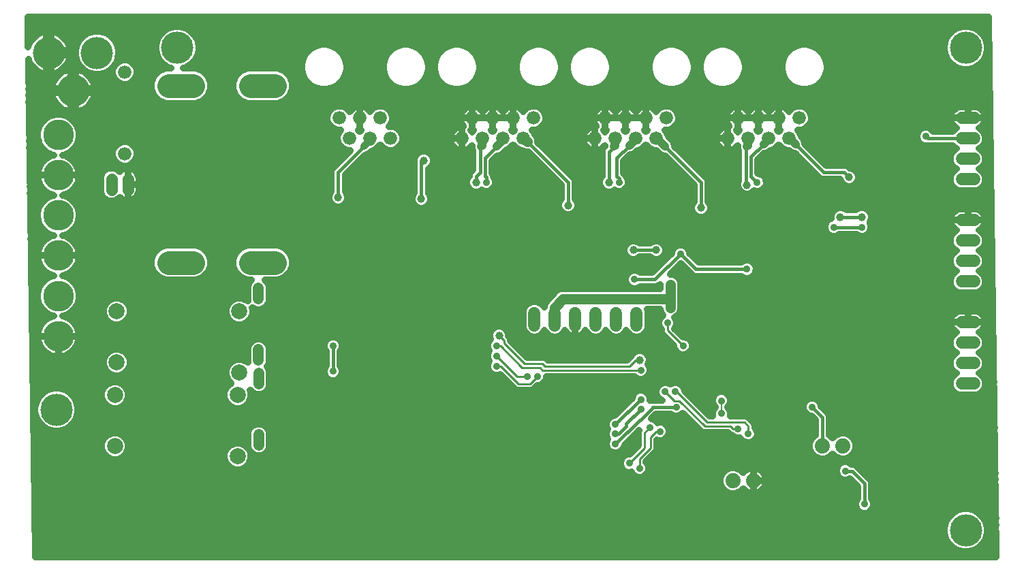
<source format=gbl>
G75*
%MOIN*%
%OFA0B0*%
%FSLAX24Y24*%
%IPPOS*%
%LPD*%
%AMOC8*
5,1,8,0,0,1.08239X$1,22.5*
%
%ADD10C,0.0660*%
%ADD11C,0.0520*%
%ADD12C,0.0600*%
%ADD13C,0.1500*%
%ADD14C,0.1181*%
%ADD15C,0.1575*%
%ADD16C,0.0787*%
%ADD17C,0.0550*%
%ADD18C,0.0740*%
%ADD19C,0.0320*%
%ADD20C,0.0396*%
%ADD21C,0.0360*%
%ADD22C,0.0500*%
%ADD23C,0.0160*%
%ADD24C,0.0400*%
%ADD25C,0.0080*%
%ADD26C,0.0100*%
%ADD27C,0.1581*%
D10*
X030918Y033867D03*
X030918Y037867D03*
X041418Y035617D03*
X042418Y035617D03*
X043418Y035617D03*
X042918Y034617D03*
X041918Y034617D03*
X043918Y034617D03*
X047418Y034617D03*
X048418Y034617D03*
X049418Y034617D03*
X050418Y034617D03*
X049918Y035617D03*
X048918Y035617D03*
X047918Y035617D03*
X050918Y035617D03*
X053918Y034617D03*
X054918Y034617D03*
X055918Y034617D03*
X056918Y034617D03*
X056418Y035617D03*
X055418Y035617D03*
X054418Y035617D03*
X057418Y035617D03*
X060418Y034617D03*
X061418Y034617D03*
X062418Y034617D03*
X063418Y034617D03*
X062918Y035617D03*
X061918Y035617D03*
X060918Y035617D03*
X063918Y035617D03*
D11*
X037463Y027283D02*
X037463Y026763D01*
X037463Y024283D02*
X037463Y023763D01*
X037471Y023127D02*
X037471Y022607D01*
X037471Y020127D02*
X037471Y019607D01*
D12*
X050963Y025473D02*
X050963Y026073D01*
X051963Y026073D02*
X051963Y025473D01*
X052963Y025473D02*
X052963Y026073D01*
X053963Y026073D02*
X053963Y025473D01*
X054963Y025473D02*
X054963Y026073D01*
X055963Y026073D02*
X055963Y025473D01*
X071868Y025617D02*
X072468Y025617D01*
X072468Y024617D02*
X071868Y024617D01*
X071868Y023617D02*
X072468Y023617D01*
X072468Y022617D02*
X071868Y022617D01*
X071868Y027617D02*
X072468Y027617D01*
X072468Y028617D02*
X071868Y028617D01*
X071868Y029617D02*
X072468Y029617D01*
X072468Y030617D02*
X071868Y030617D01*
X071868Y032617D02*
X072468Y032617D01*
X072468Y033617D02*
X071868Y033617D01*
X071868Y034617D02*
X072468Y034617D01*
X072468Y035617D02*
X071868Y035617D01*
D13*
X027668Y034788D03*
X027668Y032820D03*
X027668Y030851D03*
X027668Y028883D03*
X027668Y026914D03*
X027668Y024946D03*
D14*
X033078Y028536D02*
X034259Y028536D01*
X037078Y028536D02*
X038259Y028536D01*
X038259Y037198D02*
X037078Y037198D01*
X034259Y037198D02*
X033078Y037198D01*
D15*
X029562Y038814D03*
X027200Y038814D03*
X028400Y036963D03*
D16*
X030521Y026154D03*
X030521Y023654D03*
X030440Y022054D03*
X030440Y019554D03*
X036440Y019054D03*
X036440Y022054D03*
X036521Y023154D03*
X036521Y026154D03*
D17*
X031068Y032092D02*
X031068Y032642D01*
X030268Y032642D02*
X030268Y032092D01*
D18*
X060668Y017867D03*
X061668Y017867D03*
X065058Y019568D03*
X066058Y019568D03*
D19*
X026562Y014127D02*
X026200Y038501D01*
X026230Y038412D01*
X026282Y038306D01*
X026344Y038207D01*
X026417Y038115D01*
X026501Y038032D01*
X026593Y037958D01*
X026692Y037896D01*
X026798Y037845D01*
X026909Y037806D01*
X027024Y037780D01*
X027094Y037772D01*
X027094Y038708D01*
X027305Y038708D01*
X027305Y037772D01*
X027375Y037780D01*
X027490Y037806D01*
X027601Y037845D01*
X027707Y037896D01*
X027807Y037958D01*
X027899Y038032D01*
X027982Y038115D01*
X028055Y038207D01*
X028118Y038306D01*
X028169Y038412D01*
X028208Y038523D01*
X028234Y038638D01*
X028242Y038708D01*
X027305Y038708D01*
X027305Y038920D01*
X027094Y038920D01*
X027094Y039856D01*
X027024Y039848D01*
X026909Y039822D01*
X026798Y039783D01*
X026692Y039732D01*
X026593Y039669D01*
X026501Y039596D01*
X026417Y039513D01*
X026344Y039421D01*
X026282Y039321D01*
X026230Y039215D01*
X026192Y039104D01*
X026191Y039100D01*
X026169Y040566D01*
X073169Y040566D01*
X073562Y014127D01*
X026562Y014127D01*
X026557Y014423D02*
X071791Y014423D01*
X071664Y014457D02*
X071931Y014385D01*
X072208Y014385D01*
X072475Y014457D01*
X072715Y014595D01*
X072910Y014791D01*
X073049Y015030D01*
X073120Y015298D01*
X073120Y015574D01*
X073049Y015841D01*
X072910Y016081D01*
X072715Y016277D01*
X072475Y016415D01*
X072208Y016486D01*
X071931Y016486D01*
X071664Y016415D01*
X071425Y016277D01*
X071229Y016081D01*
X071091Y015841D01*
X071019Y015574D01*
X071019Y015298D01*
X071091Y015030D01*
X071229Y014791D01*
X071425Y014595D01*
X071664Y014457D01*
X071279Y014741D02*
X026553Y014741D01*
X026548Y015060D02*
X071083Y015060D01*
X071019Y015378D02*
X026543Y015378D01*
X026539Y015697D02*
X071052Y015697D01*
X071191Y016015D02*
X026534Y016015D01*
X026529Y016334D02*
X066889Y016334D01*
X066864Y016344D02*
X067026Y016277D01*
X067201Y016277D01*
X067362Y016344D01*
X067486Y016468D01*
X067553Y016630D01*
X067553Y016805D01*
X067486Y016967D01*
X067453Y017000D01*
X067453Y017785D01*
X067401Y017910D01*
X066801Y018510D01*
X066705Y018606D01*
X066580Y018658D01*
X066482Y018658D01*
X066425Y018715D01*
X066263Y018782D01*
X066088Y018782D01*
X065926Y018715D01*
X065803Y018592D01*
X065736Y018430D01*
X065736Y018255D01*
X065803Y018093D01*
X065926Y017969D01*
X066088Y017902D01*
X066263Y017902D01*
X066393Y017956D01*
X066773Y017577D01*
X066773Y017000D01*
X066740Y016967D01*
X066673Y016805D01*
X066673Y016630D01*
X066740Y016468D01*
X066864Y016344D01*
X066673Y016652D02*
X026524Y016652D01*
X026520Y016971D02*
X066744Y016971D01*
X066773Y017289D02*
X061922Y017289D01*
X061910Y017283D02*
X061998Y017328D01*
X062079Y017386D01*
X062149Y017457D01*
X062207Y017537D01*
X062252Y017625D01*
X062283Y017719D01*
X062298Y017817D01*
X062298Y017867D01*
X062298Y017917D01*
X062283Y018015D01*
X062252Y018109D01*
X062207Y018197D01*
X062149Y018277D01*
X062079Y018348D01*
X061998Y018406D01*
X061910Y018451D01*
X061816Y018481D01*
X061718Y018497D01*
X061668Y018497D01*
X061668Y017867D01*
X061668Y017867D01*
X061668Y017867D01*
X061668Y017237D01*
X061619Y017237D01*
X061521Y017253D01*
X061426Y017283D01*
X061338Y017328D01*
X061258Y017386D01*
X061188Y017457D01*
X061171Y017479D01*
X061025Y017333D01*
X060794Y017237D01*
X060543Y017237D01*
X060311Y017333D01*
X060134Y017510D01*
X060038Y017742D01*
X060038Y017992D01*
X060134Y018224D01*
X060311Y018401D01*
X060543Y018497D01*
X060794Y018497D01*
X061025Y018401D01*
X061171Y018255D01*
X061188Y018277D01*
X061258Y018348D01*
X061338Y018406D01*
X061426Y018451D01*
X061521Y018481D01*
X061619Y018497D01*
X061668Y018497D01*
X061668Y017867D01*
X061668Y017237D01*
X061718Y017237D01*
X061816Y017253D01*
X061910Y017283D01*
X061668Y017289D02*
X061668Y017289D01*
X061414Y017289D02*
X060920Y017289D01*
X060416Y017289D02*
X026515Y017289D01*
X026510Y017608D02*
X060094Y017608D01*
X060038Y017926D02*
X026505Y017926D01*
X026501Y018245D02*
X055729Y018245D01*
X055740Y018218D02*
X055864Y018094D01*
X056026Y018027D01*
X056201Y018027D01*
X056362Y018094D01*
X056486Y018218D01*
X056553Y018380D01*
X056553Y018555D01*
X056486Y018717D01*
X056423Y018780D01*
X056423Y018814D01*
X056814Y019205D01*
X056901Y019292D01*
X056948Y019406D01*
X056948Y019864D01*
X056954Y019870D01*
X057026Y019840D01*
X057201Y019840D01*
X057362Y019907D01*
X057486Y020031D01*
X057553Y020192D01*
X057553Y020367D01*
X057486Y020529D01*
X057362Y020653D01*
X057201Y020720D01*
X057026Y020720D01*
X056991Y020705D01*
X056986Y020717D01*
X056862Y020840D01*
X056701Y020907D01*
X056684Y020907D01*
X056904Y021127D01*
X057618Y021127D01*
X057651Y021094D01*
X057813Y021027D01*
X057988Y021027D01*
X058150Y021094D01*
X058224Y021168D01*
X059125Y020267D01*
X059239Y020220D01*
X060422Y020220D01*
X060500Y020142D01*
X060613Y020095D01*
X060676Y020032D01*
X060838Y019965D01*
X061013Y019965D01*
X061026Y019970D01*
X061053Y019906D01*
X061176Y019782D01*
X061338Y019715D01*
X061513Y019715D01*
X061675Y019782D01*
X061799Y019906D01*
X061866Y020067D01*
X061866Y020242D01*
X061799Y020404D01*
X061736Y020467D01*
X061736Y020592D01*
X061688Y020706D01*
X061501Y020893D01*
X061414Y020980D01*
X061300Y021027D01*
X060537Y021027D01*
X060553Y021067D01*
X060553Y021242D01*
X060486Y021404D01*
X060423Y021467D01*
X060486Y021531D01*
X060553Y021692D01*
X060553Y021867D01*
X060486Y022029D01*
X060362Y022153D01*
X060201Y022220D01*
X060026Y022220D01*
X059864Y022153D01*
X059740Y022029D01*
X059673Y021867D01*
X059673Y021692D01*
X059740Y021531D01*
X059803Y021467D01*
X059740Y021404D01*
X059673Y021242D01*
X059673Y021067D01*
X059690Y021027D01*
X059554Y021027D01*
X058303Y022278D01*
X058303Y022305D01*
X058236Y022467D01*
X058112Y022590D01*
X057951Y022657D01*
X057776Y022657D01*
X057614Y022590D01*
X057613Y022590D01*
X057612Y022590D01*
X057451Y022657D01*
X057276Y022657D01*
X057114Y022590D01*
X056990Y022467D01*
X056923Y022305D01*
X056923Y022130D01*
X056990Y021968D01*
X057114Y021844D01*
X057203Y021807D01*
X056670Y021807D01*
X056616Y021785D01*
X056616Y021930D01*
X056549Y022092D01*
X056425Y022215D01*
X056263Y022282D01*
X056088Y022282D01*
X055926Y022215D01*
X055803Y022092D01*
X055736Y021930D01*
X055736Y021908D01*
X054885Y021057D01*
X054838Y021057D01*
X054676Y020990D01*
X054553Y020867D01*
X054486Y020705D01*
X054486Y020530D01*
X054545Y020386D01*
X054486Y020242D01*
X054486Y020067D01*
X054553Y019906D01*
X054553Y019905D01*
X054553Y019904D01*
X054486Y019742D01*
X054486Y019567D01*
X054553Y019406D01*
X054676Y019282D01*
X054838Y019215D01*
X055013Y019215D01*
X055175Y019282D01*
X055299Y019406D01*
X055366Y019567D01*
X055366Y019614D01*
X056069Y020317D01*
X056053Y020279D01*
X056053Y019596D01*
X055615Y019157D01*
X055526Y019157D01*
X055364Y019090D01*
X055240Y018967D01*
X055173Y018805D01*
X055173Y018630D01*
X055240Y018468D01*
X055364Y018344D01*
X055526Y018277D01*
X055701Y018277D01*
X055713Y018283D01*
X055740Y018218D01*
X055201Y018563D02*
X036874Y018563D01*
X036810Y018500D02*
X036994Y018684D01*
X037094Y018924D01*
X037094Y019184D01*
X037047Y019296D01*
X037177Y019166D01*
X037368Y019087D01*
X037575Y019087D01*
X037766Y019166D01*
X037912Y019312D01*
X037991Y019504D01*
X037991Y020230D01*
X037912Y020422D01*
X037766Y020568D01*
X037575Y020647D01*
X037368Y020647D01*
X037177Y020568D01*
X037031Y020422D01*
X036951Y020230D01*
X036951Y019504D01*
X036977Y019441D01*
X036810Y019608D01*
X036570Y019708D01*
X036310Y019708D01*
X036070Y019608D01*
X035886Y019424D01*
X035786Y019184D01*
X035786Y018924D01*
X035886Y018684D01*
X036070Y018500D01*
X036310Y018400D01*
X036570Y018400D01*
X036810Y018500D01*
X037076Y018882D02*
X055205Y018882D01*
X055658Y019200D02*
X037800Y019200D01*
X037991Y019519D02*
X054506Y019519D01*
X054525Y019837D02*
X037991Y019837D01*
X037991Y020156D02*
X054486Y020156D01*
X054509Y020474D02*
X037859Y020474D01*
X037083Y020474D02*
X028181Y020474D01*
X028227Y020501D02*
X028422Y020696D01*
X028561Y020936D01*
X028632Y021203D01*
X028632Y021480D01*
X028561Y021747D01*
X028422Y021986D01*
X028227Y022182D01*
X027987Y022320D01*
X027720Y022392D01*
X027443Y022392D01*
X027176Y022320D01*
X026937Y022182D01*
X026741Y021986D01*
X026603Y021747D01*
X026531Y021480D01*
X026531Y021203D01*
X026603Y020936D01*
X026741Y020696D01*
X026937Y020501D01*
X027176Y020362D01*
X027443Y020291D01*
X027720Y020291D01*
X027987Y020362D01*
X028227Y020501D01*
X028478Y020793D02*
X054522Y020793D01*
X054939Y021111D02*
X028608Y021111D01*
X028632Y021430D02*
X030238Y021430D01*
X030310Y021400D02*
X030570Y021400D01*
X030810Y021500D01*
X030994Y021684D01*
X031094Y021924D01*
X031094Y022184D01*
X030994Y022424D01*
X030810Y022608D01*
X030570Y022708D01*
X030310Y022708D01*
X030070Y022608D01*
X029886Y022424D01*
X029786Y022184D01*
X029786Y021924D01*
X029886Y021684D01*
X030070Y021500D01*
X030310Y021400D01*
X030641Y021430D02*
X036238Y021430D01*
X036310Y021400D02*
X036570Y021400D01*
X036810Y021500D01*
X036994Y021684D01*
X037094Y021924D01*
X037094Y022184D01*
X037047Y022296D01*
X037177Y022166D01*
X037368Y022087D01*
X037575Y022087D01*
X037766Y022166D01*
X037912Y022312D01*
X037991Y022504D01*
X037991Y023230D01*
X037912Y023422D01*
X037885Y023449D01*
X037904Y023468D01*
X037983Y023659D01*
X037983Y024386D01*
X037904Y024577D01*
X037758Y024723D01*
X037567Y024803D01*
X037360Y024803D01*
X037169Y024723D01*
X037023Y024577D01*
X036943Y024386D01*
X036943Y023659D01*
X036946Y023654D01*
X036891Y023709D01*
X036651Y023808D01*
X036391Y023808D01*
X036150Y023709D01*
X035966Y023525D01*
X035867Y023284D01*
X035867Y023024D01*
X035966Y022784D01*
X036121Y022630D01*
X036070Y022608D01*
X035886Y022424D01*
X035786Y022184D01*
X035786Y021924D01*
X035886Y021684D01*
X036070Y021500D01*
X036310Y021400D01*
X036641Y021430D02*
X055257Y021430D01*
X055576Y021748D02*
X037021Y021748D01*
X037094Y022067D02*
X055792Y022067D01*
X056559Y022067D02*
X056949Y022067D01*
X056956Y022385D02*
X050969Y022385D01*
X051001Y022417D02*
X051111Y022527D01*
X051201Y022527D01*
X051362Y022594D01*
X051486Y022718D01*
X051553Y022880D01*
X051553Y022970D01*
X055863Y022970D01*
X055926Y022907D01*
X056088Y022840D01*
X056263Y022840D01*
X056425Y022907D01*
X056549Y023031D01*
X056616Y023192D01*
X056616Y023367D01*
X056549Y023529D01*
X056518Y023560D01*
X056571Y023689D01*
X056571Y023871D01*
X056501Y024039D01*
X056373Y024168D01*
X056204Y024238D01*
X056022Y024238D01*
X055854Y024168D01*
X055725Y024039D01*
X055709Y024002D01*
X055485Y023777D01*
X051616Y023777D01*
X051539Y023855D01*
X051425Y023902D01*
X050616Y023902D01*
X049798Y024721D01*
X049798Y024779D01*
X049751Y024893D01*
X049696Y024948D01*
X049696Y025059D01*
X049626Y025227D01*
X049498Y025356D01*
X049329Y025426D01*
X049147Y025426D01*
X048979Y025356D01*
X048850Y025227D01*
X048780Y025059D01*
X048780Y024876D01*
X048815Y024792D01*
X048740Y024717D01*
X048673Y024555D01*
X048673Y024380D01*
X048740Y024218D01*
X048741Y024217D01*
X048740Y024217D01*
X048673Y024055D01*
X048673Y023880D01*
X048740Y023718D01*
X048741Y023717D01*
X048740Y023717D01*
X048673Y023555D01*
X048673Y023380D01*
X048740Y023218D01*
X048864Y023094D01*
X049026Y023027D01*
X049201Y023027D01*
X049272Y023057D01*
X050000Y022330D01*
X050114Y022282D01*
X050800Y022282D01*
X050914Y022330D01*
X051001Y022417D01*
X051472Y022704D02*
X071308Y022704D01*
X071308Y022728D02*
X071308Y022506D01*
X071393Y022300D01*
X071551Y022142D01*
X071757Y022057D01*
X072580Y022057D01*
X072785Y022142D01*
X072943Y022300D01*
X073028Y022506D01*
X073028Y022728D01*
X072943Y022934D01*
X072785Y023092D01*
X072724Y023117D01*
X072785Y023142D01*
X072943Y023300D01*
X073028Y023506D01*
X073028Y023728D01*
X072943Y023934D01*
X072785Y024092D01*
X072724Y024117D01*
X072785Y024142D01*
X072943Y024300D01*
X073028Y024506D01*
X073028Y024728D01*
X072943Y024934D01*
X072785Y025092D01*
X072722Y025118D01*
X072762Y025138D01*
X072833Y025190D01*
X072895Y025252D01*
X073397Y025252D01*
X073392Y025570D02*
X073028Y025570D01*
X073028Y025573D02*
X073014Y025486D01*
X072987Y025402D01*
X072947Y025324D01*
X072895Y025252D01*
X072943Y024933D02*
X073401Y024933D01*
X073406Y024615D02*
X073028Y024615D01*
X072940Y024296D02*
X073411Y024296D01*
X073415Y023978D02*
X072899Y023978D01*
X073028Y023659D02*
X073420Y023659D01*
X073425Y023341D02*
X072960Y023341D01*
X072855Y023022D02*
X073430Y023022D01*
X073434Y022704D02*
X073028Y022704D01*
X072978Y022385D02*
X073439Y022385D01*
X073444Y022067D02*
X072603Y022067D01*
X071733Y022067D02*
X060448Y022067D01*
X060553Y021748D02*
X064209Y021748D01*
X064178Y021717D02*
X064111Y021555D01*
X064111Y021380D01*
X064178Y021218D01*
X064301Y021094D01*
X064463Y021027D01*
X064510Y021027D01*
X064718Y020819D01*
X064718Y020109D01*
X064701Y020102D01*
X064524Y019925D01*
X064428Y019693D01*
X064428Y019442D01*
X064524Y019211D01*
X064701Y019034D01*
X064933Y018938D01*
X065183Y018938D01*
X065415Y019034D01*
X065558Y019177D01*
X065701Y019034D01*
X065933Y018938D01*
X066183Y018938D01*
X066415Y019034D01*
X066592Y019211D01*
X066688Y019442D01*
X066688Y019693D01*
X066592Y019925D01*
X066415Y020102D01*
X066183Y020198D01*
X065933Y020198D01*
X065701Y020102D01*
X065558Y019959D01*
X065415Y020102D01*
X065398Y020109D01*
X065398Y021028D01*
X065346Y021153D01*
X065251Y021248D01*
X064991Y021508D01*
X064991Y021555D01*
X064924Y021717D01*
X064800Y021840D01*
X064638Y021907D01*
X064463Y021907D01*
X064301Y021840D01*
X064178Y021717D01*
X064111Y021430D02*
X060460Y021430D01*
X060553Y021111D02*
X064284Y021111D01*
X064718Y020793D02*
X061601Y020793D01*
X061736Y020474D02*
X064718Y020474D01*
X064718Y020156D02*
X061866Y020156D01*
X061730Y019837D02*
X064488Y019837D01*
X064428Y019519D02*
X056948Y019519D01*
X056948Y019837D02*
X061121Y019837D01*
X060486Y020156D02*
X057538Y020156D01*
X057509Y020474D02*
X058918Y020474D01*
X058599Y020793D02*
X056910Y020793D01*
X056888Y021111D02*
X057634Y021111D01*
X058167Y021111D02*
X058281Y021111D01*
X058833Y021748D02*
X059673Y021748D01*
X059766Y021430D02*
X059151Y021430D01*
X059470Y021111D02*
X059673Y021111D01*
X059778Y022067D02*
X058514Y022067D01*
X058270Y022385D02*
X071358Y022385D01*
X071308Y022728D02*
X071393Y022934D01*
X071551Y023092D01*
X071612Y023117D01*
X071551Y023142D01*
X071393Y023300D01*
X071308Y023506D01*
X071308Y023728D01*
X071393Y023934D01*
X071551Y024092D01*
X071612Y024117D01*
X071551Y024142D01*
X071393Y024300D01*
X071308Y024506D01*
X071308Y024728D01*
X071393Y024934D01*
X071551Y025092D01*
X071614Y025118D01*
X071575Y025138D01*
X071503Y025190D01*
X071441Y025252D01*
X071389Y025324D01*
X071349Y025402D01*
X071322Y025486D01*
X071308Y025573D01*
X071308Y025617D01*
X072168Y025617D01*
X072168Y025617D01*
X071308Y025617D01*
X071308Y025661D01*
X071322Y025748D01*
X071349Y025832D01*
X071389Y025911D01*
X071441Y025982D01*
X071503Y026044D01*
X071575Y026096D01*
X071653Y026136D01*
X071737Y026163D01*
X071824Y026177D01*
X072168Y026177D01*
X072168Y025617D01*
X072168Y025617D01*
X072168Y026177D01*
X072512Y026177D01*
X072599Y026163D01*
X072683Y026136D01*
X072762Y026096D01*
X072833Y026044D01*
X072895Y025982D01*
X072947Y025911D01*
X072987Y025832D01*
X073014Y025748D01*
X073028Y025661D01*
X073028Y025617D01*
X072168Y025617D01*
X072168Y025617D01*
X073028Y025617D01*
X073028Y025573D01*
X072958Y025889D02*
X073387Y025889D01*
X073382Y026207D02*
X058109Y026207D01*
X058123Y026241D02*
X058123Y027569D01*
X058045Y027756D01*
X057902Y027900D01*
X057715Y027977D01*
X057604Y027977D01*
X058113Y028487D01*
X058670Y027929D01*
X058795Y027877D01*
X061081Y027877D01*
X061114Y027844D01*
X061276Y027777D01*
X061451Y027777D01*
X061612Y027844D01*
X061736Y027968D01*
X061803Y028130D01*
X061803Y028305D01*
X061736Y028467D01*
X061612Y028590D01*
X061451Y028657D01*
X061276Y028657D01*
X061114Y028590D01*
X061081Y028557D01*
X059004Y028557D01*
X058553Y029008D01*
X058553Y029055D01*
X058486Y029217D01*
X058362Y029340D01*
X058201Y029407D01*
X058026Y029407D01*
X057864Y029340D01*
X057740Y029217D01*
X057673Y029055D01*
X057673Y029008D01*
X056722Y028057D01*
X056145Y028057D01*
X056112Y028090D01*
X055951Y028157D01*
X055776Y028157D01*
X055614Y028090D01*
X055490Y027967D01*
X055423Y027805D01*
X055423Y027630D01*
X055490Y027468D01*
X055614Y027344D01*
X055776Y027277D01*
X055951Y027277D01*
X056112Y027344D01*
X056145Y027377D01*
X056931Y027377D01*
X057056Y027429D01*
X057103Y027477D01*
X057103Y027277D01*
X052449Y027277D01*
X052434Y027282D01*
X052348Y027277D01*
X052262Y027277D01*
X052247Y027271D01*
X052232Y027271D01*
X052154Y027233D01*
X052074Y027200D01*
X052063Y027189D01*
X052049Y027182D01*
X051992Y027117D01*
X051931Y027056D01*
X051925Y027042D01*
X051592Y026668D01*
X051531Y026607D01*
X051525Y026592D01*
X051515Y026581D01*
X051487Y026499D01*
X051453Y026419D01*
X051453Y026404D01*
X051448Y026389D01*
X051450Y026361D01*
X051438Y026390D01*
X051281Y026547D01*
X051075Y026633D01*
X050852Y026633D01*
X050646Y026547D01*
X050489Y026390D01*
X050403Y026184D01*
X050403Y025361D01*
X050489Y025155D01*
X050646Y024998D01*
X050852Y024913D01*
X051075Y024913D01*
X051281Y024998D01*
X051438Y025155D01*
X051463Y025216D01*
X051489Y025155D01*
X051646Y024998D01*
X051852Y024913D01*
X052075Y024913D01*
X052281Y024998D01*
X052438Y025155D01*
X052464Y025219D01*
X052485Y025179D01*
X052536Y025108D01*
X052599Y025045D01*
X052670Y024994D01*
X052748Y024954D01*
X052832Y024926D01*
X052919Y024913D01*
X052963Y024913D01*
X052963Y025773D01*
X052963Y025773D01*
X052963Y024913D01*
X053008Y024913D01*
X053095Y024926D01*
X053178Y024954D01*
X053257Y024994D01*
X053328Y025045D01*
X053391Y025108D01*
X053442Y025179D01*
X053463Y025219D01*
X053489Y025155D01*
X053646Y024998D01*
X053852Y024913D01*
X054075Y024913D01*
X054281Y024998D01*
X054438Y025155D01*
X054463Y025216D01*
X054489Y025155D01*
X054646Y024998D01*
X054852Y024913D01*
X055075Y024913D01*
X055281Y024998D01*
X055438Y025155D01*
X055463Y025216D01*
X055489Y025155D01*
X055646Y024998D01*
X055852Y024913D01*
X056075Y024913D01*
X056281Y024998D01*
X056438Y025155D01*
X056523Y025361D01*
X056523Y026184D01*
X056493Y026257D01*
X057103Y026257D01*
X057103Y026241D01*
X057181Y026054D01*
X057260Y025974D01*
X057239Y025965D01*
X057115Y025842D01*
X057048Y025680D01*
X057048Y025505D01*
X057115Y025343D01*
X057178Y025280D01*
X057178Y025156D01*
X057225Y025042D01*
X057798Y024469D01*
X057798Y024380D01*
X057865Y024218D01*
X057989Y024094D01*
X058151Y024027D01*
X058326Y024027D01*
X058487Y024094D01*
X058611Y024218D01*
X058678Y024380D01*
X058678Y024555D01*
X058611Y024717D01*
X058487Y024840D01*
X058326Y024907D01*
X058236Y024907D01*
X057831Y025313D01*
X057861Y025343D01*
X057928Y025505D01*
X057928Y025680D01*
X057861Y025842D01*
X057825Y025878D01*
X057902Y025910D01*
X058045Y026054D01*
X058123Y026241D01*
X058123Y026526D02*
X073378Y026526D01*
X073373Y026844D02*
X058123Y026844D01*
X058123Y027163D02*
X071530Y027163D01*
X071551Y027142D02*
X071757Y027057D01*
X072580Y027057D01*
X072785Y027142D01*
X072943Y027300D01*
X073028Y027506D01*
X073028Y027728D01*
X072943Y027934D01*
X072785Y028092D01*
X072724Y028117D01*
X072785Y028142D01*
X072943Y028300D01*
X073028Y028506D01*
X073028Y028728D01*
X072943Y028934D01*
X072785Y029092D01*
X072724Y029117D01*
X072785Y029142D01*
X072943Y029300D01*
X073028Y029506D01*
X073028Y029728D01*
X072943Y029934D01*
X072785Y030092D01*
X072722Y030118D01*
X072762Y030138D01*
X072833Y030190D01*
X072895Y030252D01*
X072947Y030324D01*
X072987Y030402D01*
X073014Y030486D01*
X073028Y030573D01*
X073028Y030617D01*
X073028Y030661D01*
X073014Y030748D01*
X072987Y030832D01*
X072947Y030911D01*
X072895Y030982D01*
X072833Y031044D01*
X072762Y031096D01*
X072683Y031136D01*
X072599Y031163D01*
X072512Y031177D01*
X072168Y031177D01*
X071824Y031177D01*
X071737Y031163D01*
X071653Y031136D01*
X071575Y031096D01*
X071503Y031044D01*
X071441Y030982D01*
X071389Y030911D01*
X071349Y030832D01*
X071322Y030748D01*
X071308Y030661D01*
X071308Y030617D01*
X071308Y030573D01*
X071322Y030486D01*
X071349Y030402D01*
X071389Y030324D01*
X071441Y030252D01*
X071503Y030190D01*
X071575Y030138D01*
X071614Y030118D01*
X071551Y030092D01*
X071393Y029934D01*
X071308Y029728D01*
X071308Y029506D01*
X071393Y029300D01*
X071551Y029142D01*
X071612Y029117D01*
X071551Y029092D01*
X071393Y028934D01*
X071308Y028728D01*
X071308Y028506D01*
X071393Y028300D01*
X071551Y028142D01*
X071612Y028117D01*
X071551Y028092D01*
X071393Y027934D01*
X071308Y027728D01*
X071308Y027506D01*
X071393Y027300D01*
X071551Y027142D01*
X071318Y027481D02*
X058123Y027481D01*
X058002Y027800D02*
X061221Y027800D01*
X061505Y027800D02*
X071338Y027800D01*
X071609Y028118D02*
X061798Y028118D01*
X061748Y028437D02*
X071337Y028437D01*
X071319Y028755D02*
X058806Y028755D01*
X058545Y029074D02*
X071533Y029074D01*
X071355Y029392D02*
X058237Y029392D01*
X057989Y029392D02*
X057323Y029392D01*
X057314Y029414D02*
X057185Y029543D01*
X057017Y029613D01*
X056834Y029613D01*
X056666Y029543D01*
X056618Y029495D01*
X056108Y029495D01*
X056060Y029543D01*
X055892Y029613D01*
X055709Y029613D01*
X055541Y029543D01*
X055412Y029414D01*
X055342Y029246D01*
X055342Y029064D01*
X055412Y028895D01*
X055541Y028767D01*
X055709Y028697D01*
X055892Y028697D01*
X056060Y028767D01*
X056108Y028815D01*
X056618Y028815D01*
X056666Y028767D01*
X056834Y028697D01*
X057017Y028697D01*
X057185Y028767D01*
X057314Y028895D01*
X057384Y029064D01*
X057384Y029246D01*
X057314Y029414D01*
X057384Y029074D02*
X057681Y029074D01*
X057420Y028755D02*
X057158Y028755D01*
X057102Y028437D02*
X039109Y028437D01*
X039109Y028367D02*
X039109Y028705D01*
X038980Y029018D01*
X038741Y029257D01*
X038428Y029387D01*
X036908Y029387D01*
X036596Y029257D01*
X036357Y029018D01*
X036227Y028705D01*
X036227Y028367D01*
X036357Y028055D01*
X036596Y027815D01*
X036908Y027686D01*
X037131Y027686D01*
X037023Y027577D01*
X036943Y027386D01*
X036943Y026659D01*
X036946Y026654D01*
X036891Y026709D01*
X036651Y026808D01*
X036391Y026808D01*
X036150Y026709D01*
X035966Y026525D01*
X035867Y026284D01*
X035867Y026024D01*
X035966Y025784D01*
X036150Y025600D01*
X036391Y025501D01*
X036651Y025501D01*
X036891Y025600D01*
X037075Y025784D01*
X037174Y026024D01*
X037174Y026284D01*
X037152Y026339D01*
X037169Y026322D01*
X037360Y026243D01*
X037567Y026243D01*
X037758Y026322D01*
X037904Y026468D01*
X037983Y026659D01*
X037983Y027386D01*
X037904Y027577D01*
X037796Y027686D01*
X038428Y027686D01*
X038741Y027815D01*
X038980Y028055D01*
X039109Y028367D01*
X039006Y028118D02*
X055681Y028118D01*
X056045Y028118D02*
X056783Y028118D01*
X057745Y028118D02*
X058481Y028118D01*
X058163Y028437D02*
X058063Y028437D01*
X056693Y028755D02*
X056033Y028755D01*
X055568Y028755D02*
X039089Y028755D01*
X038924Y029074D02*
X055342Y029074D01*
X055403Y029392D02*
X028541Y029392D01*
X028554Y029372D02*
X028493Y029468D01*
X028422Y029557D01*
X028342Y029637D01*
X028254Y029708D01*
X028158Y029768D01*
X028055Y029817D01*
X027948Y029855D01*
X027896Y029867D01*
X028058Y029910D01*
X028288Y030043D01*
X028476Y030231D01*
X028609Y030461D01*
X028678Y030718D01*
X028678Y030984D01*
X028609Y031241D01*
X028476Y031471D01*
X028288Y031659D01*
X028058Y031792D01*
X027896Y031836D01*
X027948Y031848D01*
X028055Y031885D01*
X028158Y031934D01*
X028254Y031995D01*
X028342Y032065D01*
X028422Y032146D01*
X028493Y032234D01*
X028554Y032330D01*
X028603Y032433D01*
X028640Y032540D01*
X028665Y032650D01*
X028678Y032763D01*
X028678Y032820D01*
X028678Y032876D01*
X028665Y032989D01*
X028640Y033100D01*
X028603Y033207D01*
X028554Y033309D01*
X028493Y033405D01*
X028422Y033494D01*
X028342Y033574D01*
X028254Y033645D01*
X028158Y033705D01*
X028055Y033754D01*
X027948Y033792D01*
X027896Y033804D01*
X028058Y033847D01*
X028288Y033980D01*
X028476Y034168D01*
X028609Y034398D01*
X028678Y034655D01*
X028678Y034921D01*
X028609Y035178D01*
X028476Y035408D01*
X028288Y035596D01*
X028058Y035729D01*
X027801Y035798D01*
X027535Y035798D01*
X027278Y035729D01*
X027048Y035596D01*
X026860Y035408D01*
X026727Y035178D01*
X026658Y034921D01*
X026658Y034655D01*
X026727Y034398D01*
X026860Y034168D01*
X027048Y033980D01*
X027278Y033847D01*
X027440Y033804D01*
X027388Y033792D01*
X027281Y033754D01*
X027179Y033705D01*
X027083Y033645D01*
X026994Y033574D01*
X026914Y033494D01*
X026843Y033405D01*
X026783Y033309D01*
X026734Y033207D01*
X026696Y033100D01*
X026671Y032989D01*
X026658Y032876D01*
X026658Y032820D01*
X027668Y032820D01*
X027668Y032820D01*
X026658Y032820D01*
X026658Y032763D01*
X026671Y032650D01*
X026696Y032540D01*
X026734Y032433D01*
X026783Y032330D01*
X026843Y032234D01*
X026914Y032146D01*
X026994Y032065D01*
X027083Y031995D01*
X027179Y031934D01*
X027281Y031885D01*
X027388Y031848D01*
X027440Y031836D01*
X027278Y031792D01*
X027048Y031659D01*
X026860Y031471D01*
X026727Y031241D01*
X026658Y030984D01*
X026658Y030718D01*
X026727Y030461D01*
X026860Y030231D01*
X027048Y030043D01*
X027278Y029910D01*
X027440Y029867D01*
X027388Y029855D01*
X027281Y029817D01*
X027179Y029768D01*
X027083Y029708D01*
X026994Y029637D01*
X026914Y029557D01*
X026843Y029468D01*
X026783Y029372D01*
X026734Y029270D01*
X026696Y029163D01*
X026671Y029052D01*
X026658Y028939D01*
X026658Y028883D01*
X027668Y028883D01*
X027668Y028883D01*
X026658Y028883D01*
X026658Y028826D01*
X026671Y028713D01*
X026696Y028603D01*
X026734Y028496D01*
X026783Y028393D01*
X026843Y028297D01*
X026914Y028209D01*
X026994Y028128D01*
X027083Y028058D01*
X027179Y027997D01*
X027281Y027948D01*
X027388Y027911D01*
X027440Y027899D01*
X027278Y027855D01*
X027048Y027722D01*
X026860Y027534D01*
X026727Y027304D01*
X026658Y027047D01*
X026658Y026781D01*
X026727Y026524D01*
X026860Y026294D01*
X027048Y026106D01*
X027278Y025973D01*
X027440Y025930D01*
X027388Y025918D01*
X027281Y025880D01*
X027179Y025831D01*
X027083Y025771D01*
X026994Y025700D01*
X026914Y025620D01*
X026843Y025531D01*
X026783Y025435D01*
X026734Y025333D01*
X026696Y025226D01*
X026671Y025115D01*
X026658Y025002D01*
X026658Y024946D01*
X027668Y024946D01*
X027668Y024946D01*
X026658Y024946D01*
X026658Y024889D01*
X026671Y024776D01*
X026696Y024666D01*
X026734Y024559D01*
X026783Y024456D01*
X026843Y024360D01*
X026914Y024272D01*
X026994Y024191D01*
X027083Y024121D01*
X027179Y024060D01*
X027281Y024011D01*
X027388Y023974D01*
X027499Y023948D01*
X027611Y023936D01*
X027668Y023936D01*
X027668Y024946D01*
X028678Y024946D01*
X028678Y025002D01*
X028665Y025115D01*
X028640Y025226D01*
X028603Y025333D01*
X028554Y025435D01*
X028493Y025531D01*
X028422Y025620D01*
X028342Y025700D01*
X028254Y025771D01*
X028158Y025831D01*
X028055Y025880D01*
X027948Y025918D01*
X027896Y025930D01*
X028058Y025973D01*
X028288Y026106D01*
X028476Y026294D01*
X028609Y026524D01*
X028678Y026781D01*
X028678Y027047D01*
X028609Y027304D01*
X028476Y027534D01*
X028288Y027722D01*
X028058Y027855D01*
X027896Y027899D01*
X027948Y027911D01*
X028055Y027948D01*
X028158Y027997D01*
X028254Y028058D01*
X028342Y028128D01*
X028422Y028209D01*
X028493Y028297D01*
X028554Y028393D01*
X028603Y028496D01*
X028640Y028603D01*
X028665Y028713D01*
X028678Y028826D01*
X028678Y028883D01*
X028678Y028939D01*
X028665Y029052D01*
X028640Y029163D01*
X028603Y029270D01*
X028554Y029372D01*
X028661Y029074D02*
X032412Y029074D01*
X032357Y029018D02*
X032227Y028705D01*
X032227Y028367D01*
X032357Y028055D01*
X032596Y027815D01*
X032908Y027686D01*
X034428Y027686D01*
X034741Y027815D01*
X034980Y028055D01*
X035109Y028367D01*
X035109Y028705D01*
X034980Y029018D01*
X034741Y029257D01*
X034428Y029387D01*
X032908Y029387D01*
X032596Y029257D01*
X032357Y029018D01*
X032248Y028755D02*
X028670Y028755D01*
X028678Y028883D02*
X027668Y028883D01*
X028678Y028883D01*
X028574Y028437D02*
X032227Y028437D01*
X032330Y028118D02*
X028330Y028118D01*
X028154Y027800D02*
X032633Y027800D01*
X031075Y026525D02*
X030891Y026709D01*
X030651Y026808D01*
X030391Y026808D01*
X030150Y026709D01*
X029966Y026525D01*
X029867Y026284D01*
X029867Y026024D01*
X029966Y025784D01*
X030150Y025600D01*
X030391Y025501D01*
X030651Y025501D01*
X030891Y025600D01*
X031075Y025784D01*
X031174Y026024D01*
X031174Y026284D01*
X031075Y026525D01*
X031074Y026526D02*
X035968Y026526D01*
X035867Y026207D02*
X031174Y026207D01*
X031118Y025889D02*
X035923Y025889D01*
X036222Y025570D02*
X030819Y025570D01*
X030222Y025570D02*
X028462Y025570D01*
X028631Y025252D02*
X048875Y025252D01*
X048780Y024933D02*
X028678Y024933D01*
X028678Y024946D02*
X027668Y024946D01*
X027668Y024946D01*
X027668Y024946D01*
X027668Y023936D01*
X027725Y023936D01*
X027838Y023948D01*
X027948Y023974D01*
X028055Y024011D01*
X028158Y024060D01*
X028254Y024121D01*
X028342Y024191D01*
X028422Y024272D01*
X028493Y024360D01*
X028554Y024456D01*
X028603Y024559D01*
X028640Y024666D01*
X028665Y024776D01*
X028678Y024889D01*
X028678Y024946D01*
X028622Y024615D02*
X037060Y024615D01*
X036943Y024296D02*
X030679Y024296D01*
X030651Y024308D02*
X030391Y024308D01*
X030150Y024209D01*
X029966Y024025D01*
X029867Y023784D01*
X029867Y023524D01*
X029966Y023284D01*
X030150Y023100D01*
X030391Y023001D01*
X030651Y023001D01*
X030891Y023100D01*
X031075Y023284D01*
X031174Y023524D01*
X031174Y023784D01*
X031075Y024025D01*
X030891Y024209D01*
X030651Y024308D01*
X030362Y024296D02*
X028442Y024296D01*
X027960Y023978D02*
X029947Y023978D01*
X029867Y023659D02*
X026420Y023659D01*
X026425Y023341D02*
X029943Y023341D01*
X030338Y023022D02*
X026430Y023022D01*
X026434Y022704D02*
X030301Y022704D01*
X030579Y022704D02*
X036047Y022704D01*
X035870Y022385D02*
X031010Y022385D01*
X031094Y022067D02*
X035786Y022067D01*
X035859Y021748D02*
X031021Y021748D01*
X029859Y021748D02*
X028560Y021748D01*
X028342Y022067D02*
X029786Y022067D01*
X029870Y022385D02*
X027744Y022385D01*
X027419Y022385D02*
X026439Y022385D01*
X026444Y022067D02*
X026821Y022067D01*
X026603Y021748D02*
X026449Y021748D01*
X026453Y021430D02*
X026531Y021430D01*
X026556Y021111D02*
X026458Y021111D01*
X026463Y020793D02*
X026685Y020793D01*
X026468Y020474D02*
X026982Y020474D01*
X026472Y020156D02*
X030185Y020156D01*
X030070Y020108D02*
X029886Y019924D01*
X029786Y019684D01*
X029786Y019424D01*
X029886Y019184D01*
X030070Y019000D01*
X030310Y018900D01*
X030570Y018900D01*
X030810Y019000D01*
X030994Y019184D01*
X031094Y019424D01*
X031094Y019684D01*
X030994Y019924D01*
X030810Y020108D01*
X030570Y020208D01*
X030310Y020208D01*
X030070Y020108D01*
X029850Y019837D02*
X026477Y019837D01*
X026482Y019519D02*
X029786Y019519D01*
X029879Y019200D02*
X026486Y019200D01*
X026491Y018882D02*
X035804Y018882D01*
X035793Y019200D02*
X031001Y019200D01*
X031094Y019519D02*
X035980Y019519D01*
X036899Y019519D02*
X036951Y019519D01*
X036951Y019837D02*
X031030Y019837D01*
X030695Y020156D02*
X036951Y020156D01*
X037087Y019200D02*
X037143Y019200D01*
X036006Y018563D02*
X026496Y018563D01*
X030703Y023022D02*
X035868Y023022D01*
X035890Y023341D02*
X031098Y023341D01*
X031174Y023659D02*
X036101Y023659D01*
X036940Y023659D02*
X036943Y023659D01*
X036943Y023978D02*
X031094Y023978D01*
X027668Y023978D02*
X027668Y023978D01*
X027376Y023978D02*
X026415Y023978D01*
X026411Y024296D02*
X026894Y024296D01*
X026714Y024615D02*
X026406Y024615D01*
X026401Y024933D02*
X026658Y024933D01*
X026705Y025252D02*
X026397Y025252D01*
X026392Y025570D02*
X026875Y025570D01*
X027306Y025889D02*
X026387Y025889D01*
X026382Y026207D02*
X026947Y026207D01*
X026727Y026526D02*
X026378Y026526D01*
X026373Y026844D02*
X026658Y026844D01*
X026689Y027163D02*
X026368Y027163D01*
X026363Y027481D02*
X026829Y027481D01*
X027182Y027800D02*
X026359Y027800D01*
X026354Y028118D02*
X027007Y028118D01*
X026762Y028437D02*
X026349Y028437D01*
X026344Y028755D02*
X026666Y028755D01*
X026676Y029074D02*
X026340Y029074D01*
X026335Y029392D02*
X026796Y029392D01*
X027088Y029711D02*
X026330Y029711D01*
X026326Y030029D02*
X027072Y030029D01*
X026793Y030348D02*
X026321Y030348D01*
X026316Y030666D02*
X026672Y030666D01*
X026658Y030985D02*
X026311Y030985D01*
X026307Y031303D02*
X026763Y031303D01*
X027010Y031622D02*
X026302Y031622D01*
X026297Y031940D02*
X027169Y031940D01*
X026828Y032259D02*
X026292Y032259D01*
X026288Y032577D02*
X026688Y032577D01*
X026660Y032896D02*
X026283Y032896D01*
X026278Y033214D02*
X026737Y033214D01*
X026953Y033533D02*
X026273Y033533D01*
X026269Y033851D02*
X027271Y033851D01*
X026859Y034170D02*
X026264Y034170D01*
X026259Y034488D02*
X026703Y034488D01*
X026658Y034807D02*
X026255Y034807D01*
X026250Y035125D02*
X026713Y035125D01*
X026895Y035444D02*
X026245Y035444D01*
X026240Y035762D02*
X027401Y035762D01*
X027701Y036181D02*
X027618Y036264D01*
X027545Y036356D01*
X027482Y036456D01*
X027431Y036562D01*
X027392Y036673D01*
X027366Y036788D01*
X027358Y036858D01*
X028295Y036858D01*
X028506Y036858D01*
X028506Y037069D01*
X029443Y037069D01*
X029435Y037139D01*
X029409Y037254D01*
X029370Y037365D01*
X029319Y037471D01*
X029256Y037571D01*
X029183Y037662D01*
X029100Y037746D01*
X029008Y037819D01*
X028908Y037882D01*
X028802Y037933D01*
X028691Y037972D01*
X028576Y037998D01*
X028506Y038006D01*
X028506Y037069D01*
X028295Y037069D01*
X028295Y036858D01*
X028295Y035921D01*
X028225Y035929D01*
X028110Y035955D01*
X027999Y035994D01*
X027893Y036045D01*
X027793Y036108D01*
X027701Y036181D01*
X027836Y036081D02*
X026236Y036081D01*
X026231Y036399D02*
X027518Y036399D01*
X027382Y036718D02*
X026226Y036718D01*
X026221Y037036D02*
X028295Y037036D01*
X028295Y037069D02*
X027358Y037069D01*
X027366Y037139D01*
X027392Y037254D01*
X027431Y037365D01*
X027482Y037471D01*
X027545Y037571D01*
X027618Y037662D01*
X027701Y037746D01*
X027793Y037819D01*
X027893Y037882D01*
X027999Y037933D01*
X028110Y037972D01*
X028225Y037998D01*
X028295Y038006D01*
X028295Y037069D01*
X028506Y037036D02*
X032227Y037036D01*
X032227Y037029D02*
X032357Y036716D01*
X032596Y036477D01*
X032908Y036347D01*
X034428Y036347D01*
X034741Y036477D01*
X034980Y036716D01*
X035109Y037029D01*
X035109Y037367D01*
X034980Y037680D01*
X034741Y037919D01*
X034428Y038048D01*
X033778Y038048D01*
X033893Y038079D01*
X034132Y038217D01*
X034328Y038413D01*
X034466Y038652D01*
X034538Y038920D01*
X034538Y039196D01*
X034466Y039463D01*
X034328Y039703D01*
X034132Y039899D01*
X033893Y040037D01*
X033625Y040109D01*
X033349Y040109D01*
X033082Y040037D01*
X032842Y039899D01*
X032646Y039703D01*
X032508Y039463D01*
X032437Y039196D01*
X032437Y038920D01*
X032508Y038652D01*
X032646Y038413D01*
X032842Y038217D01*
X033082Y038079D01*
X033196Y038048D01*
X032908Y038048D01*
X032596Y037919D01*
X032357Y037680D01*
X032227Y037367D01*
X032227Y037029D01*
X032227Y037355D02*
X031224Y037355D01*
X031252Y037367D02*
X031418Y037533D01*
X031508Y037750D01*
X031508Y037984D01*
X031418Y038201D01*
X031252Y038367D01*
X031036Y038457D01*
X030801Y038457D01*
X030584Y038367D01*
X030418Y038201D01*
X030328Y037984D01*
X030328Y037750D01*
X030418Y037533D01*
X030584Y037367D01*
X030801Y037277D01*
X031036Y037277D01*
X031252Y037367D01*
X031477Y037673D02*
X032354Y037673D01*
X032772Y037992D02*
X031505Y037992D01*
X031309Y038310D02*
X032749Y038310D01*
X032522Y038629D02*
X030597Y038629D01*
X030609Y038676D02*
X030538Y038410D01*
X030400Y038171D01*
X030205Y037976D01*
X029966Y037838D01*
X029700Y037766D01*
X029424Y037766D01*
X029158Y037838D01*
X028919Y037976D01*
X028724Y038171D01*
X028586Y038410D01*
X028514Y038676D01*
X028514Y038952D01*
X028586Y039218D01*
X028724Y039457D01*
X028919Y039652D01*
X029158Y039790D01*
X029424Y039861D01*
X029700Y039861D01*
X029966Y039790D01*
X030205Y039652D01*
X030400Y039457D01*
X030538Y039218D01*
X030609Y038952D01*
X030609Y038676D01*
X030609Y038947D02*
X032437Y038947D01*
X032455Y039266D02*
X030510Y039266D01*
X030273Y039584D02*
X032578Y039584D01*
X032850Y039903D02*
X026179Y039903D01*
X026174Y040221D02*
X073174Y040221D01*
X073179Y039903D02*
X072707Y039903D01*
X072715Y039899D02*
X072475Y040037D01*
X072208Y040109D01*
X071931Y040109D01*
X071664Y040037D01*
X071425Y039899D01*
X071229Y039703D01*
X071091Y039463D01*
X071019Y039196D01*
X071019Y038920D01*
X071091Y038652D01*
X071229Y038413D01*
X071425Y038217D01*
X071664Y038079D01*
X071931Y038007D01*
X072208Y038007D01*
X072475Y038079D01*
X072715Y038217D01*
X072910Y038413D01*
X073049Y038652D01*
X073120Y038920D01*
X073120Y039196D01*
X073049Y039463D01*
X072910Y039703D01*
X072715Y039899D01*
X072979Y039584D02*
X073184Y039584D01*
X073188Y039266D02*
X073102Y039266D01*
X073120Y038947D02*
X073193Y038947D01*
X073198Y038629D02*
X073035Y038629D01*
X073202Y038310D02*
X072808Y038310D01*
X073207Y037992D02*
X065268Y037992D01*
X065268Y037972D02*
X065193Y037692D01*
X065048Y037442D01*
X064844Y037237D01*
X064593Y037092D01*
X064313Y037017D01*
X064023Y037017D01*
X063744Y037092D01*
X063493Y037237D01*
X063288Y037442D01*
X063143Y037692D01*
X063068Y037972D01*
X063068Y038262D01*
X063143Y038542D01*
X063288Y038792D01*
X063493Y038997D01*
X063744Y039142D01*
X064023Y039217D01*
X064313Y039217D01*
X064593Y039142D01*
X064844Y038997D01*
X065048Y038792D01*
X065193Y038542D01*
X065268Y038262D01*
X065268Y037972D01*
X065182Y037673D02*
X073212Y037673D01*
X073217Y037355D02*
X064962Y037355D01*
X064385Y037036D02*
X073221Y037036D01*
X073226Y036718D02*
X038981Y036718D01*
X038980Y036716D02*
X039109Y037029D01*
X039109Y037367D01*
X038980Y037680D01*
X038741Y037919D01*
X038428Y038048D01*
X036908Y038048D01*
X036596Y037919D01*
X036357Y037680D01*
X036227Y037367D01*
X036227Y037029D01*
X036357Y036716D01*
X036596Y036477D01*
X036908Y036347D01*
X038428Y036347D01*
X038741Y036477D01*
X038980Y036716D01*
X039109Y037036D02*
X040451Y037036D01*
X040523Y037017D02*
X040813Y037017D01*
X041093Y037092D01*
X041344Y037237D01*
X041548Y037442D01*
X041693Y037692D01*
X041768Y037972D01*
X041768Y038262D01*
X041693Y038542D01*
X041548Y038792D01*
X041344Y038997D01*
X041093Y039142D01*
X040813Y039217D01*
X040523Y039217D01*
X040244Y039142D01*
X039993Y038997D01*
X039788Y038792D01*
X039643Y038542D01*
X039568Y038262D01*
X039568Y037972D01*
X039643Y037692D01*
X039788Y037442D01*
X039993Y037237D01*
X040244Y037092D01*
X040523Y037017D01*
X040885Y037036D02*
X044451Y037036D01*
X044523Y037017D02*
X044813Y037017D01*
X045093Y037092D01*
X045344Y037237D01*
X045548Y037442D01*
X045693Y037692D01*
X045768Y037972D01*
X045768Y038262D01*
X045693Y038542D01*
X045548Y038792D01*
X045344Y038997D01*
X045093Y039142D01*
X044813Y039217D01*
X044523Y039217D01*
X044244Y039142D01*
X043993Y038997D01*
X043788Y038792D01*
X043643Y038542D01*
X043568Y038262D01*
X043568Y037972D01*
X043643Y037692D01*
X043788Y037442D01*
X043993Y037237D01*
X044244Y037092D01*
X044523Y037017D01*
X044885Y037036D02*
X046951Y037036D01*
X047023Y037017D02*
X047313Y037017D01*
X047593Y037092D01*
X047844Y037237D01*
X048048Y037442D01*
X048193Y037692D01*
X048268Y037972D01*
X048268Y038262D01*
X048193Y038542D01*
X048048Y038792D01*
X047844Y038997D01*
X047593Y039142D01*
X047313Y039217D01*
X047023Y039217D01*
X046744Y039142D01*
X046493Y038997D01*
X046288Y038792D01*
X046143Y038542D01*
X046068Y038262D01*
X046068Y037972D01*
X046143Y037692D01*
X046288Y037442D01*
X046493Y037237D01*
X046744Y037092D01*
X047023Y037017D01*
X047385Y037036D02*
X050951Y037036D01*
X051023Y037017D02*
X051313Y037017D01*
X051593Y037092D01*
X051844Y037237D01*
X052048Y037442D01*
X052193Y037692D01*
X052268Y037972D01*
X052268Y038262D01*
X052193Y038542D01*
X052048Y038792D01*
X051844Y038997D01*
X051593Y039142D01*
X051313Y039217D01*
X051023Y039217D01*
X050744Y039142D01*
X050493Y038997D01*
X050288Y038792D01*
X050143Y038542D01*
X050068Y038262D01*
X050068Y037972D01*
X050143Y037692D01*
X050288Y037442D01*
X050493Y037237D01*
X050744Y037092D01*
X051023Y037017D01*
X051385Y037036D02*
X053451Y037036D01*
X053523Y037017D02*
X053813Y037017D01*
X054093Y037092D01*
X054344Y037237D01*
X054548Y037442D01*
X054693Y037692D01*
X054768Y037972D01*
X054768Y038262D01*
X054693Y038542D01*
X054548Y038792D01*
X054344Y038997D01*
X054093Y039142D01*
X053813Y039217D01*
X053523Y039217D01*
X053244Y039142D01*
X052993Y038997D01*
X052788Y038792D01*
X052643Y038542D01*
X052568Y038262D01*
X052568Y037972D01*
X052643Y037692D01*
X052788Y037442D01*
X052993Y037237D01*
X053244Y037092D01*
X053523Y037017D01*
X053885Y037036D02*
X057451Y037036D01*
X057523Y037017D02*
X057813Y037017D01*
X058093Y037092D01*
X058344Y037237D01*
X058548Y037442D01*
X058693Y037692D01*
X058768Y037972D01*
X058768Y038262D01*
X058693Y038542D01*
X058548Y038792D01*
X058344Y038997D01*
X058093Y039142D01*
X057813Y039217D01*
X057523Y039217D01*
X057244Y039142D01*
X056993Y038997D01*
X056788Y038792D01*
X056643Y038542D01*
X056568Y038262D01*
X056568Y037972D01*
X056643Y037692D01*
X056788Y037442D01*
X056993Y037237D01*
X057244Y037092D01*
X057523Y037017D01*
X057885Y037036D02*
X059951Y037036D01*
X060023Y037017D02*
X060313Y037017D01*
X060593Y037092D01*
X060844Y037237D01*
X061048Y037442D01*
X061193Y037692D01*
X061268Y037972D01*
X061268Y038262D01*
X061193Y038542D01*
X061048Y038792D01*
X060844Y038997D01*
X060593Y039142D01*
X060313Y039217D01*
X060023Y039217D01*
X059744Y039142D01*
X059493Y038997D01*
X059288Y038792D01*
X059143Y038542D01*
X059068Y038262D01*
X059068Y037972D01*
X059143Y037692D01*
X059288Y037442D01*
X059493Y037237D01*
X059744Y037092D01*
X060023Y037017D01*
X060385Y037036D02*
X063951Y037036D01*
X063375Y037355D02*
X060962Y037355D01*
X061182Y037673D02*
X063154Y037673D01*
X063068Y037992D02*
X061268Y037992D01*
X061255Y038310D02*
X063081Y038310D01*
X063194Y038629D02*
X061143Y038629D01*
X060893Y038947D02*
X063443Y038947D01*
X064893Y038947D02*
X071019Y038947D01*
X071038Y039266D02*
X034519Y039266D01*
X034538Y038947D02*
X039943Y038947D01*
X039694Y038629D02*
X034452Y038629D01*
X034225Y038310D02*
X039581Y038310D01*
X039568Y037992D02*
X038564Y037992D01*
X038982Y037673D02*
X039654Y037673D01*
X039875Y037355D02*
X039109Y037355D01*
X038554Y036399D02*
X073231Y036399D01*
X073236Y036081D02*
X072782Y036081D01*
X072762Y036096D02*
X072683Y036136D01*
X072599Y036163D01*
X072512Y036177D01*
X072168Y036177D01*
X071824Y036177D01*
X071737Y036163D01*
X071653Y036136D01*
X071575Y036096D01*
X071503Y036044D01*
X071441Y035982D01*
X071389Y035911D01*
X071349Y035832D01*
X071322Y035748D01*
X071308Y035661D01*
X071308Y035617D01*
X071308Y035573D01*
X071322Y035486D01*
X071349Y035402D01*
X071389Y035324D01*
X071441Y035252D01*
X071503Y035190D01*
X071575Y035138D01*
X071614Y035118D01*
X071551Y035092D01*
X071416Y034957D01*
X070490Y034957D01*
X070486Y034967D01*
X070362Y035090D01*
X070201Y035157D01*
X070026Y035157D01*
X069864Y035090D01*
X069740Y034967D01*
X069673Y034805D01*
X069673Y034630D01*
X069740Y034468D01*
X069864Y034344D01*
X070026Y034277D01*
X070145Y034277D01*
X070146Y034277D01*
X071416Y034277D01*
X071551Y034142D01*
X071612Y034117D01*
X071551Y034092D01*
X071393Y033934D01*
X071308Y033728D01*
X071308Y033506D01*
X071393Y033300D01*
X071551Y033142D01*
X071612Y033117D01*
X071551Y033092D01*
X071393Y032934D01*
X071308Y032728D01*
X071308Y032506D01*
X071393Y032300D01*
X071551Y032142D01*
X071757Y032057D01*
X072580Y032057D01*
X072785Y032142D01*
X072943Y032300D01*
X073028Y032506D01*
X073028Y032728D01*
X072943Y032934D01*
X072785Y033092D01*
X072724Y033117D01*
X072785Y033142D01*
X072943Y033300D01*
X073028Y033506D01*
X073028Y033728D01*
X072943Y033934D01*
X072785Y034092D01*
X072724Y034117D01*
X072785Y034142D01*
X072943Y034300D01*
X073028Y034506D01*
X073028Y034728D01*
X072943Y034934D01*
X072785Y035092D01*
X072722Y035118D01*
X072762Y035138D01*
X072833Y035190D01*
X072895Y035252D01*
X072947Y035324D01*
X072987Y035402D01*
X073014Y035486D01*
X073028Y035573D01*
X073028Y035617D01*
X073028Y035661D01*
X073014Y035748D01*
X072987Y035832D01*
X072947Y035911D01*
X072895Y035982D01*
X072833Y036044D01*
X072762Y036096D01*
X073010Y035762D02*
X073240Y035762D01*
X073028Y035617D02*
X072168Y035617D01*
X071308Y035617D01*
X072168Y035617D01*
X072168Y035617D01*
X072168Y036177D01*
X072168Y035617D01*
X072168Y035617D01*
X072168Y035617D01*
X073028Y035617D01*
X073001Y035444D02*
X073245Y035444D01*
X073250Y035125D02*
X072737Y035125D01*
X072996Y034807D02*
X073255Y034807D01*
X073259Y034488D02*
X073021Y034488D01*
X072813Y034170D02*
X073264Y034170D01*
X073269Y033851D02*
X072977Y033851D01*
X073028Y033533D02*
X073273Y033533D01*
X073278Y033214D02*
X072858Y033214D01*
X072959Y032896D02*
X073283Y032896D01*
X073288Y032577D02*
X073028Y032577D01*
X072902Y032259D02*
X073292Y032259D01*
X073297Y031940D02*
X061590Y031940D01*
X061623Y031954D02*
X061719Y032051D01*
X061776Y032027D01*
X061951Y032027D01*
X062112Y032094D01*
X062236Y032218D01*
X062303Y032380D01*
X062303Y032555D01*
X062236Y032717D01*
X062112Y032840D01*
X061951Y032907D01*
X061904Y032907D01*
X061891Y032921D01*
X061891Y033577D01*
X062196Y033882D01*
X062267Y033882D01*
X062436Y033952D01*
X062511Y034027D01*
X062536Y034027D01*
X062752Y034117D01*
X062918Y034283D01*
X063084Y034117D01*
X063301Y034027D01*
X063403Y034027D01*
X063478Y033952D01*
X063647Y033882D01*
X063717Y033882D01*
X064825Y032775D01*
X064920Y032679D01*
X065045Y032627D01*
X065905Y032627D01*
X065905Y032626D01*
X065975Y032458D01*
X066104Y032329D01*
X066272Y032259D01*
X066454Y032259D01*
X066623Y032329D01*
X066751Y032458D01*
X066821Y032626D01*
X066821Y032809D01*
X066751Y032977D01*
X066623Y033106D01*
X066454Y033176D01*
X066386Y033176D01*
X066306Y033256D01*
X066181Y033307D01*
X065254Y033307D01*
X064198Y034363D01*
X064198Y034434D01*
X064128Y034603D01*
X064008Y034723D01*
X064008Y034734D01*
X063918Y034951D01*
X063843Y035027D01*
X064036Y035027D01*
X064252Y035117D01*
X064418Y035283D01*
X064508Y035500D01*
X064508Y035734D01*
X064418Y035951D01*
X064252Y036117D01*
X064036Y036207D01*
X063801Y036207D01*
X063584Y036117D01*
X063418Y035951D01*
X063413Y035940D01*
X063368Y036001D01*
X063303Y036067D01*
X063227Y036122D01*
X063145Y036164D01*
X063056Y036192D01*
X062965Y036207D01*
X062918Y036207D01*
X062872Y036207D01*
X062780Y036192D01*
X062692Y036164D01*
X062609Y036122D01*
X062534Y036067D01*
X062468Y036001D01*
X062418Y035933D01*
X062368Y036001D01*
X062303Y036067D01*
X062227Y036122D01*
X062145Y036164D01*
X062056Y036192D01*
X061965Y036207D01*
X061918Y036207D01*
X061872Y036207D01*
X061780Y036192D01*
X061692Y036164D01*
X061609Y036122D01*
X061534Y036067D01*
X061468Y036001D01*
X061418Y035933D01*
X061368Y036001D01*
X061303Y036067D01*
X061227Y036122D01*
X061145Y036164D01*
X061056Y036192D01*
X060965Y036207D01*
X060918Y036207D01*
X060872Y036207D01*
X060780Y036192D01*
X060692Y036164D01*
X060609Y036122D01*
X060534Y036067D01*
X060468Y036001D01*
X060414Y035926D01*
X060371Y035843D01*
X060343Y035755D01*
X060328Y035663D01*
X060328Y035617D01*
X060328Y035571D01*
X060343Y035479D01*
X060371Y035391D01*
X060414Y035308D01*
X060468Y035233D01*
X060499Y035202D01*
X060465Y035207D01*
X060418Y035207D01*
X060372Y035207D01*
X060280Y035192D01*
X060192Y035164D01*
X060109Y035122D01*
X060034Y035067D01*
X059968Y035001D01*
X059914Y034926D01*
X059871Y034843D01*
X059843Y034755D01*
X059828Y034663D01*
X059828Y034617D01*
X059828Y034571D01*
X059843Y034479D01*
X059871Y034391D01*
X059914Y034308D01*
X059968Y034233D01*
X060034Y034167D01*
X060109Y034112D01*
X060192Y034070D01*
X060280Y034042D01*
X060372Y034027D01*
X060418Y034027D01*
X060418Y034617D01*
X059828Y034617D01*
X060418Y034617D01*
X060418Y034617D01*
X060418Y034617D01*
X060418Y035207D01*
X060418Y034617D01*
X060418Y034617D01*
X060418Y034027D01*
X060465Y034027D01*
X060556Y034042D01*
X060645Y034070D01*
X060727Y034112D01*
X060803Y034167D01*
X060868Y034233D01*
X060903Y034281D01*
X060903Y034126D01*
X060961Y033987D01*
X060961Y032568D01*
X060905Y032434D01*
X060905Y032251D01*
X060975Y032083D01*
X061104Y031954D01*
X061272Y031884D01*
X061454Y031884D01*
X061623Y031954D01*
X061136Y031940D02*
X059453Y031940D01*
X059453Y031622D02*
X073302Y031622D01*
X073307Y031303D02*
X059571Y031303D01*
X059571Y031309D02*
X059501Y031477D01*
X059453Y031525D01*
X059453Y032535D01*
X059401Y032660D01*
X059306Y032756D01*
X057823Y034238D01*
X057823Y034309D01*
X057753Y034478D01*
X057508Y034723D01*
X057508Y034734D01*
X057418Y034951D01*
X057343Y035027D01*
X057536Y035027D01*
X057752Y035117D01*
X057918Y035283D01*
X058008Y035500D01*
X058008Y035734D01*
X057918Y035951D01*
X057752Y036117D01*
X057536Y036207D01*
X057301Y036207D01*
X057084Y036117D01*
X056918Y035951D01*
X056913Y035940D01*
X056868Y036001D01*
X056803Y036067D01*
X056727Y036122D01*
X056645Y036164D01*
X056556Y036192D01*
X056465Y036207D01*
X056418Y036207D01*
X056372Y036207D01*
X056280Y036192D01*
X056192Y036164D01*
X056109Y036122D01*
X056034Y036067D01*
X055968Y036001D01*
X055918Y035933D01*
X055868Y036001D01*
X055803Y036067D01*
X055727Y036122D01*
X055645Y036164D01*
X055556Y036192D01*
X055465Y036207D01*
X055418Y036207D01*
X055372Y036207D01*
X055280Y036192D01*
X055192Y036164D01*
X055109Y036122D01*
X055034Y036067D01*
X054968Y036001D01*
X054918Y035933D01*
X054868Y036001D01*
X054803Y036067D01*
X054727Y036122D01*
X054645Y036164D01*
X054556Y036192D01*
X054465Y036207D01*
X054418Y036207D01*
X054372Y036207D01*
X054280Y036192D01*
X054192Y036164D01*
X054109Y036122D01*
X054034Y036067D01*
X053968Y036001D01*
X053914Y035926D01*
X053871Y035843D01*
X053843Y035755D01*
X053828Y035663D01*
X053828Y035617D01*
X053828Y035571D01*
X053843Y035479D01*
X053871Y035391D01*
X053914Y035308D01*
X053968Y035233D01*
X053999Y035202D01*
X053965Y035207D01*
X053918Y035207D01*
X053872Y035207D01*
X053780Y035192D01*
X053692Y035164D01*
X053609Y035122D01*
X053534Y035067D01*
X053468Y035001D01*
X053414Y034926D01*
X053371Y034843D01*
X053343Y034755D01*
X053328Y034663D01*
X053328Y034617D01*
X053328Y034571D01*
X053343Y034479D01*
X053371Y034391D01*
X053414Y034308D01*
X053468Y034233D01*
X053534Y034167D01*
X053609Y034112D01*
X053692Y034070D01*
X053780Y034042D01*
X053872Y034027D01*
X053918Y034027D01*
X053918Y034617D01*
X053328Y034617D01*
X053918Y034617D01*
X053918Y034617D01*
X053918Y035207D01*
X053918Y034617D01*
X053918Y034617D01*
X053918Y034617D01*
X053918Y034027D01*
X053965Y034027D01*
X054056Y034042D01*
X054145Y034070D01*
X054227Y034112D01*
X054303Y034167D01*
X054368Y034233D01*
X054403Y034281D01*
X054403Y034238D01*
X054325Y034160D01*
X054273Y034035D01*
X054273Y032775D01*
X054225Y032727D01*
X054155Y032559D01*
X054155Y032376D01*
X054225Y032208D01*
X054354Y032079D01*
X054522Y032009D01*
X054704Y032009D01*
X054873Y032079D01*
X054881Y032087D01*
X055026Y032027D01*
X055201Y032027D01*
X055362Y032094D01*
X055486Y032218D01*
X055553Y032380D01*
X055553Y032555D01*
X055486Y032717D01*
X055434Y032769D01*
X055401Y032847D01*
X055328Y032921D01*
X055328Y033514D01*
X055634Y033820D01*
X055705Y033820D01*
X055874Y033890D01*
X056011Y034027D01*
X056036Y034027D01*
X056252Y034117D01*
X056418Y034283D01*
X056584Y034117D01*
X056801Y034027D01*
X056903Y034027D01*
X057103Y033827D01*
X057272Y033757D01*
X057342Y033757D01*
X058773Y032327D01*
X058773Y031525D01*
X058725Y031477D01*
X058655Y031309D01*
X058655Y031126D01*
X058725Y030958D01*
X058854Y030829D01*
X059022Y030759D01*
X059204Y030759D01*
X059373Y030829D01*
X059501Y030958D01*
X059571Y031126D01*
X059571Y031309D01*
X059513Y030985D02*
X065515Y030985D01*
X065537Y031039D02*
X065467Y030871D01*
X065467Y030696D01*
X065364Y030653D01*
X065240Y030529D01*
X065173Y030367D01*
X065173Y030192D01*
X065240Y030031D01*
X065364Y029907D01*
X065526Y029840D01*
X065701Y029840D01*
X065862Y029907D01*
X065895Y029940D01*
X066706Y029940D01*
X066739Y029907D01*
X066901Y029840D01*
X067076Y029840D01*
X067237Y029907D01*
X067361Y030031D01*
X067428Y030192D01*
X067428Y030367D01*
X067368Y030512D01*
X067376Y030520D01*
X067446Y030689D01*
X067446Y030871D01*
X067376Y031039D01*
X067248Y031168D01*
X067079Y031238D01*
X066897Y031238D01*
X066729Y031168D01*
X066680Y031120D01*
X066233Y031120D01*
X066185Y031168D01*
X066017Y031238D01*
X065834Y031238D01*
X065666Y031168D01*
X065537Y031039D01*
X065396Y030666D02*
X028664Y030666D01*
X028678Y030985D02*
X052323Y030985D01*
X052354Y030954D02*
X052522Y030884D01*
X052704Y030884D01*
X052873Y030954D01*
X053001Y031083D01*
X053071Y031251D01*
X053071Y031434D01*
X053001Y031602D01*
X052953Y031650D01*
X052953Y032535D01*
X052901Y032660D01*
X052806Y032756D01*
X051123Y034438D01*
X051123Y034569D01*
X051045Y034756D01*
X050966Y034835D01*
X050918Y034951D01*
X050843Y035027D01*
X051036Y035027D01*
X051252Y035117D01*
X051418Y035283D01*
X051508Y035500D01*
X051508Y035734D01*
X051418Y035951D01*
X051252Y036117D01*
X051036Y036207D01*
X050801Y036207D01*
X050584Y036117D01*
X050418Y035951D01*
X050413Y035940D01*
X050368Y036001D01*
X050303Y036067D01*
X050227Y036122D01*
X050145Y036164D01*
X050056Y036192D01*
X049965Y036207D01*
X049918Y036207D01*
X049872Y036207D01*
X049780Y036192D01*
X049692Y036164D01*
X049609Y036122D01*
X049534Y036067D01*
X049468Y036001D01*
X049418Y035933D01*
X049368Y036001D01*
X049303Y036067D01*
X049227Y036122D01*
X049145Y036164D01*
X049056Y036192D01*
X048965Y036207D01*
X048918Y036207D01*
X048872Y036207D01*
X048780Y036192D01*
X048692Y036164D01*
X048609Y036122D01*
X048534Y036067D01*
X048468Y036001D01*
X048418Y035933D01*
X048368Y036001D01*
X048303Y036067D01*
X048227Y036122D01*
X048145Y036164D01*
X048056Y036192D01*
X047965Y036207D01*
X047918Y036207D01*
X047872Y036207D01*
X047780Y036192D01*
X047692Y036164D01*
X047609Y036122D01*
X047534Y036067D01*
X047468Y036001D01*
X047414Y035926D01*
X047371Y035843D01*
X047343Y035755D01*
X047328Y035663D01*
X047328Y035617D01*
X047328Y035571D01*
X047343Y035479D01*
X047371Y035391D01*
X047414Y035308D01*
X047468Y035233D01*
X047499Y035202D01*
X047465Y035207D01*
X047418Y035207D01*
X047372Y035207D01*
X047280Y035192D01*
X047192Y035164D01*
X047109Y035122D01*
X047034Y035067D01*
X046968Y035001D01*
X046914Y034926D01*
X046871Y034843D01*
X046843Y034755D01*
X046828Y034663D01*
X046828Y034617D01*
X046828Y034571D01*
X046843Y034479D01*
X046871Y034391D01*
X046914Y034308D01*
X046968Y034233D01*
X047034Y034167D01*
X047109Y034112D01*
X047192Y034070D01*
X047280Y034042D01*
X047372Y034027D01*
X047418Y034027D01*
X047418Y034617D01*
X046828Y034617D01*
X047418Y034617D01*
X047418Y034617D01*
X047418Y034617D01*
X047418Y035207D01*
X047418Y034617D01*
X047418Y034617D01*
X047418Y034027D01*
X047465Y034027D01*
X047556Y034042D01*
X047645Y034070D01*
X047727Y034112D01*
X047803Y034167D01*
X047868Y034233D01*
X047903Y034281D01*
X047903Y034126D01*
X047961Y033987D01*
X047961Y033108D01*
X047825Y032972D01*
X047773Y032848D01*
X047773Y032775D01*
X047725Y032727D01*
X047655Y032559D01*
X047655Y032376D01*
X047725Y032208D01*
X047854Y032079D01*
X048022Y032009D01*
X048204Y032009D01*
X048373Y032079D01*
X048381Y032087D01*
X048526Y032027D01*
X048701Y032027D01*
X048862Y032094D01*
X048986Y032218D01*
X049053Y032380D01*
X049053Y032555D01*
X048986Y032717D01*
X048953Y032750D01*
X048953Y032785D01*
X048901Y032910D01*
X048891Y032921D01*
X048891Y033514D01*
X049134Y033757D01*
X049205Y033757D01*
X049374Y033827D01*
X049600Y034054D01*
X049752Y034117D01*
X049918Y034283D01*
X050084Y034117D01*
X050301Y034027D01*
X050344Y034027D01*
X050512Y033957D01*
X050642Y033957D01*
X052273Y032327D01*
X052273Y031650D01*
X052225Y031602D01*
X052155Y031434D01*
X052155Y031251D01*
X052225Y031083D01*
X052354Y030954D01*
X052155Y031303D02*
X045722Y031303D01*
X045685Y031267D02*
X045814Y031395D01*
X045884Y031564D01*
X045884Y031746D01*
X045814Y031914D01*
X045766Y031963D01*
X045766Y033123D01*
X045810Y033142D01*
X045939Y033270D01*
X046009Y033439D01*
X046009Y033621D01*
X045939Y033789D01*
X045810Y033918D01*
X045642Y033988D01*
X045459Y033988D01*
X045291Y033918D01*
X045162Y033789D01*
X045092Y033621D01*
X045092Y033552D01*
X045086Y033535D01*
X045086Y033523D01*
X045082Y033511D01*
X045086Y033455D01*
X045086Y031963D01*
X045037Y031914D01*
X044967Y031746D01*
X044967Y031564D01*
X045037Y031395D01*
X045166Y031267D01*
X045334Y031197D01*
X045517Y031197D01*
X045685Y031267D01*
X045884Y031622D02*
X052245Y031622D01*
X052273Y031940D02*
X045788Y031940D01*
X045766Y032259D02*
X047704Y032259D01*
X047663Y032577D02*
X045766Y032577D01*
X045766Y032896D02*
X047793Y032896D01*
X047961Y033214D02*
X045883Y033214D01*
X046009Y033533D02*
X047961Y033533D01*
X047961Y033851D02*
X045877Y033851D01*
X045224Y033851D02*
X042827Y033851D01*
X042851Y033861D02*
X043002Y034013D01*
X043020Y034013D01*
X043207Y034090D01*
X043221Y034104D01*
X043252Y034117D01*
X043418Y034283D01*
X043584Y034117D01*
X043801Y034027D01*
X044036Y034027D01*
X044252Y034117D01*
X044418Y034283D01*
X044508Y034500D01*
X044508Y034734D01*
X044418Y034951D01*
X044252Y035117D01*
X044036Y035207D01*
X043843Y035207D01*
X043918Y035283D01*
X044008Y035500D01*
X044008Y035734D01*
X043918Y035951D01*
X043752Y036117D01*
X043536Y036207D01*
X043301Y036207D01*
X043084Y036117D01*
X042918Y035951D01*
X042913Y035940D01*
X042868Y036001D01*
X042803Y036067D01*
X042727Y036122D01*
X042645Y036164D01*
X042556Y036192D01*
X042465Y036207D01*
X042418Y036207D01*
X042372Y036207D01*
X042280Y036192D01*
X042192Y036164D01*
X042109Y036122D01*
X042034Y036067D01*
X041968Y036001D01*
X041923Y035940D01*
X041918Y035951D01*
X041752Y036117D01*
X041536Y036207D01*
X041301Y036207D01*
X041084Y036117D01*
X040918Y035951D01*
X040828Y035734D01*
X040828Y035500D01*
X040918Y035283D01*
X041084Y035117D01*
X041301Y035027D01*
X041494Y035027D01*
X041418Y034951D01*
X041328Y034734D01*
X041328Y034500D01*
X041418Y034283D01*
X041584Y034117D01*
X041801Y034027D01*
X041942Y034027D01*
X041170Y033256D01*
X041075Y033160D01*
X041023Y033035D01*
X041023Y032025D01*
X040975Y031977D01*
X040905Y031809D01*
X040905Y031626D01*
X040975Y031458D01*
X041104Y031329D01*
X041272Y031259D01*
X041454Y031259D01*
X041623Y031329D01*
X041751Y031458D01*
X041821Y031626D01*
X041821Y031809D01*
X041751Y031977D01*
X041703Y032025D01*
X041703Y032827D01*
X042674Y033797D01*
X042697Y033797D01*
X042851Y033861D01*
X042613Y034217D02*
X042918Y034523D01*
X043305Y034170D02*
X043531Y034170D01*
X044305Y034170D02*
X047031Y034170D01*
X046841Y034488D02*
X044504Y034488D01*
X044478Y034807D02*
X046860Y034807D01*
X047116Y035125D02*
X044233Y035125D01*
X043985Y035444D02*
X047354Y035444D01*
X047328Y035617D02*
X047918Y035617D01*
X047918Y035617D01*
X047328Y035617D01*
X047345Y035762D02*
X043997Y035762D01*
X043789Y036081D02*
X047553Y036081D01*
X047918Y036081D02*
X047918Y036081D01*
X047918Y036207D02*
X047918Y035617D01*
X047918Y035617D01*
X047918Y035617D01*
X047918Y035027D01*
X047872Y035027D01*
X047837Y035033D01*
X047868Y035001D01*
X047913Y034940D01*
X047918Y034951D01*
X047999Y035033D01*
X047965Y035027D01*
X047918Y035027D01*
X047918Y035617D01*
X047918Y036207D01*
X048283Y036081D02*
X048553Y036081D01*
X048918Y036081D02*
X048918Y036081D01*
X048918Y036207D02*
X048918Y035617D01*
X047918Y035617D01*
X048508Y035617D01*
X048918Y035617D01*
X048918Y035617D01*
X048918Y035617D01*
X048918Y035617D01*
X048918Y035027D01*
X048872Y035027D01*
X048837Y035033D01*
X048918Y034951D01*
X048999Y035033D01*
X048965Y035027D01*
X048918Y035027D01*
X048918Y035617D01*
X048918Y036207D01*
X049283Y036081D02*
X049553Y036081D01*
X049918Y036081D02*
X049918Y036081D01*
X049918Y036207D02*
X049918Y035617D01*
X049328Y035617D01*
X048918Y035617D01*
X049918Y035617D01*
X049918Y035617D01*
X049918Y035617D01*
X049918Y035617D01*
X049918Y035027D01*
X049872Y035027D01*
X049837Y035033D01*
X049918Y034951D01*
X049999Y035033D01*
X049965Y035027D01*
X049918Y035027D01*
X049918Y035617D01*
X049918Y036207D01*
X050283Y036081D02*
X050548Y036081D01*
X049918Y035762D02*
X049918Y035762D01*
X049918Y035444D02*
X049918Y035444D01*
X049918Y035125D02*
X049918Y035125D01*
X048918Y035125D02*
X048918Y035125D01*
X048918Y035444D02*
X048918Y035444D01*
X048918Y035617D02*
X048918Y035617D01*
X048918Y035762D02*
X048918Y035762D01*
X047918Y035762D02*
X047918Y035762D01*
X047918Y035617D02*
X047918Y035617D01*
X047918Y035444D02*
X047918Y035444D01*
X047918Y035125D02*
X047918Y035125D01*
X047418Y035125D02*
X047418Y035125D01*
X047418Y034807D02*
X047418Y034807D01*
X047418Y034488D02*
X047418Y034488D01*
X047418Y034170D02*
X047418Y034170D01*
X047805Y034170D02*
X047903Y034170D01*
X048909Y033533D02*
X051067Y033533D01*
X051385Y033214D02*
X048891Y033214D01*
X048907Y032896D02*
X051704Y032896D01*
X052022Y032577D02*
X049044Y032577D01*
X049003Y032259D02*
X052273Y032259D01*
X052953Y032259D02*
X054204Y032259D01*
X054163Y032577D02*
X052936Y032577D01*
X052806Y032756D02*
X052806Y032756D01*
X052665Y032896D02*
X054273Y032896D01*
X054273Y033214D02*
X052347Y033214D01*
X052028Y033533D02*
X054273Y033533D01*
X054273Y033851D02*
X051710Y033851D01*
X051391Y034170D02*
X053531Y034170D01*
X053341Y034488D02*
X051123Y034488D01*
X050995Y034807D02*
X053360Y034807D01*
X053616Y035125D02*
X051261Y035125D01*
X051485Y035444D02*
X053854Y035444D01*
X053828Y035617D02*
X054418Y035617D01*
X054418Y035617D01*
X053828Y035617D01*
X053845Y035762D02*
X051497Y035762D01*
X051289Y036081D02*
X054053Y036081D01*
X054418Y036081D02*
X054418Y036081D01*
X054418Y036207D02*
X054418Y035617D01*
X054418Y035617D01*
X054418Y035617D01*
X054418Y035027D01*
X054372Y035027D01*
X054337Y035033D01*
X054368Y035001D01*
X054413Y034940D01*
X054418Y034951D01*
X054499Y035033D01*
X054465Y035027D01*
X054418Y035027D01*
X054418Y035617D01*
X054418Y036207D01*
X054783Y036081D02*
X055053Y036081D01*
X055418Y036081D02*
X055418Y036081D01*
X055418Y036207D02*
X055418Y035617D01*
X054418Y035617D01*
X054828Y035617D01*
X055418Y035617D01*
X055418Y035617D01*
X055418Y035617D01*
X055418Y035617D01*
X055418Y035027D01*
X055372Y035027D01*
X055337Y035033D01*
X055418Y034951D01*
X055499Y035033D01*
X055465Y035027D01*
X055418Y035027D01*
X055418Y035617D01*
X055418Y036207D01*
X055783Y036081D02*
X056053Y036081D01*
X056418Y036081D02*
X056418Y036081D01*
X056418Y036207D02*
X056418Y035617D01*
X056008Y035617D01*
X055418Y035617D01*
X056418Y035617D01*
X056418Y035617D01*
X056418Y035617D01*
X056418Y035617D01*
X056418Y035027D01*
X056372Y035027D01*
X056337Y035033D01*
X056418Y034951D01*
X056499Y035033D01*
X056465Y035027D01*
X056418Y035027D01*
X056418Y035617D01*
X056418Y036207D01*
X056783Y036081D02*
X057048Y036081D01*
X056418Y035762D02*
X056418Y035762D01*
X056418Y035444D02*
X056418Y035444D01*
X056418Y035125D02*
X056418Y035125D01*
X055418Y035125D02*
X055418Y035125D01*
X055418Y035444D02*
X055418Y035444D01*
X055418Y035617D02*
X055418Y035617D01*
X055418Y035762D02*
X055418Y035762D01*
X054418Y035762D02*
X054418Y035762D01*
X054418Y035617D02*
X054418Y035617D01*
X054418Y035444D02*
X054418Y035444D01*
X054418Y035125D02*
X054418Y035125D01*
X053918Y035125D02*
X053918Y035125D01*
X053918Y034807D02*
X053918Y034807D01*
X053918Y034488D02*
X053918Y034488D01*
X053918Y034170D02*
X053918Y034170D01*
X054305Y034170D02*
X054335Y034170D01*
X055347Y033533D02*
X057567Y033533D01*
X057885Y033214D02*
X055328Y033214D01*
X055353Y032896D02*
X058204Y032896D01*
X058522Y032577D02*
X055544Y032577D01*
X055503Y032259D02*
X058773Y032259D01*
X058773Y031940D02*
X052953Y031940D01*
X052981Y031622D02*
X058773Y031622D01*
X058655Y031303D02*
X053071Y031303D01*
X052903Y030985D02*
X058714Y030985D01*
X059453Y032259D02*
X060905Y032259D01*
X060961Y032577D02*
X059436Y032577D01*
X059165Y032896D02*
X060961Y032896D01*
X060961Y033214D02*
X058847Y033214D01*
X058528Y033533D02*
X060961Y033533D01*
X060961Y033851D02*
X058210Y033851D01*
X057891Y034170D02*
X060031Y034170D01*
X059841Y034488D02*
X057743Y034488D01*
X057478Y034807D02*
X059860Y034807D01*
X060116Y035125D02*
X057761Y035125D01*
X057985Y035444D02*
X060354Y035444D01*
X060328Y035617D02*
X060918Y035617D01*
X060918Y035617D01*
X060328Y035617D01*
X060345Y035762D02*
X057997Y035762D01*
X057789Y036081D02*
X060553Y036081D01*
X060918Y036081D02*
X060918Y036081D01*
X060918Y036207D02*
X060918Y035617D01*
X060918Y035617D01*
X060918Y035617D01*
X060918Y035027D01*
X060872Y035027D01*
X060837Y035033D01*
X060868Y035001D01*
X060913Y034940D01*
X060918Y034951D01*
X060999Y035033D01*
X060965Y035027D01*
X060918Y035027D01*
X060918Y035617D01*
X060918Y036207D01*
X061283Y036081D02*
X061553Y036081D01*
X061918Y036081D02*
X061918Y036081D01*
X061918Y036207D02*
X061918Y035617D01*
X060918Y035617D01*
X061508Y035617D01*
X061918Y035617D01*
X061918Y035617D01*
X061918Y035617D01*
X061918Y035617D01*
X061918Y035027D01*
X061872Y035027D01*
X061837Y035033D01*
X061918Y034951D01*
X061999Y035033D01*
X061965Y035027D01*
X061918Y035027D01*
X061918Y035617D01*
X061918Y036207D01*
X062283Y036081D02*
X062553Y036081D01*
X062918Y036081D02*
X062918Y036081D01*
X062918Y036207D02*
X062918Y035617D01*
X062328Y035617D01*
X061918Y035617D01*
X062918Y035617D01*
X062918Y035617D01*
X062918Y035617D01*
X062918Y035617D01*
X062918Y035027D01*
X062872Y035027D01*
X062837Y035033D01*
X062918Y034951D01*
X062999Y035033D01*
X062965Y035027D01*
X062918Y035027D01*
X062918Y035617D01*
X062918Y036207D01*
X063283Y036081D02*
X063548Y036081D01*
X062918Y035762D02*
X062918Y035762D01*
X062918Y035444D02*
X062918Y035444D01*
X062918Y035125D02*
X062918Y035125D01*
X061918Y035125D02*
X061918Y035125D01*
X061918Y035444D02*
X061918Y035444D01*
X061918Y035617D02*
X061918Y035617D01*
X061918Y035762D02*
X061918Y035762D01*
X060918Y035762D02*
X060918Y035762D01*
X060918Y035617D02*
X060918Y035617D01*
X060918Y035444D02*
X060918Y035444D01*
X060918Y035125D02*
X060918Y035125D01*
X060418Y035125D02*
X060418Y035125D01*
X060418Y034807D02*
X060418Y034807D01*
X060418Y034488D02*
X060418Y034488D01*
X060418Y034170D02*
X060418Y034170D01*
X060805Y034170D02*
X060903Y034170D01*
X061891Y033533D02*
X064067Y033533D01*
X064385Y033214D02*
X061891Y033214D01*
X061978Y032896D02*
X064704Y032896D01*
X065925Y032577D02*
X062294Y032577D01*
X062253Y032259D02*
X071434Y032259D01*
X071308Y032577D02*
X066801Y032577D01*
X066785Y032896D02*
X071378Y032896D01*
X071479Y033214D02*
X066347Y033214D01*
X065028Y033533D02*
X071308Y033533D01*
X071359Y033851D02*
X064710Y033851D01*
X064391Y034170D02*
X071523Y034170D01*
X069732Y034488D02*
X064175Y034488D01*
X063978Y034807D02*
X069674Y034807D01*
X069948Y035125D02*
X064261Y035125D01*
X064485Y035444D02*
X071336Y035444D01*
X071327Y035762D02*
X064497Y035762D01*
X064289Y036081D02*
X071554Y036081D01*
X072168Y036081D02*
X072168Y036081D01*
X072168Y035762D02*
X072168Y035762D01*
X071599Y035125D02*
X070278Y035125D01*
X063748Y033851D02*
X062165Y033851D01*
X062805Y034170D02*
X063031Y034170D01*
X057079Y033851D02*
X055781Y033851D01*
X056305Y034170D02*
X056531Y034170D01*
X050748Y033851D02*
X049398Y033851D01*
X049805Y034170D02*
X050031Y034170D01*
X045086Y033533D02*
X042409Y033533D01*
X042091Y033214D02*
X045086Y033214D01*
X045086Y032896D02*
X041772Y032896D01*
X041703Y032577D02*
X045086Y032577D01*
X045086Y032259D02*
X041703Y032259D01*
X041767Y031940D02*
X045063Y031940D01*
X044967Y031622D02*
X041819Y031622D01*
X041561Y031303D02*
X045129Y031303D01*
X041165Y031303D02*
X028573Y031303D01*
X028326Y031622D02*
X030005Y031622D01*
X029965Y031638D02*
X030162Y031557D01*
X030375Y031557D01*
X030571Y031638D01*
X030668Y031735D01*
X030720Y031684D01*
X030788Y031634D01*
X030863Y031596D01*
X030943Y031570D01*
X031026Y031557D01*
X031068Y031557D01*
X031068Y032367D01*
X031068Y032367D01*
X031068Y033177D01*
X031026Y033177D01*
X030943Y033164D01*
X030863Y033138D01*
X030788Y033100D01*
X030720Y033050D01*
X030668Y032999D01*
X030571Y033096D01*
X030375Y033177D01*
X030162Y033177D01*
X029965Y033096D01*
X029815Y032945D01*
X029733Y032748D01*
X029733Y031986D01*
X029815Y031789D01*
X029965Y031638D01*
X029752Y031940D02*
X028167Y031940D01*
X028509Y032259D02*
X029733Y032259D01*
X029733Y032577D02*
X028649Y032577D01*
X028678Y032820D02*
X027668Y032820D01*
X028678Y032820D01*
X028676Y032896D02*
X029794Y032896D01*
X030584Y033367D02*
X030801Y033277D01*
X031036Y033277D01*
X031252Y033367D01*
X031418Y033533D01*
X031508Y033750D01*
X031508Y033984D01*
X031418Y034201D01*
X031252Y034367D01*
X031036Y034457D01*
X030801Y034457D01*
X030584Y034367D01*
X030418Y034201D01*
X030328Y033984D01*
X030328Y033750D01*
X030418Y033533D01*
X028383Y033533D01*
X028599Y033214D02*
X041129Y033214D01*
X041023Y032896D02*
X031539Y032896D01*
X031526Y032922D02*
X031476Y032991D01*
X031417Y033050D01*
X031349Y033100D01*
X031274Y033138D01*
X031193Y033164D01*
X031110Y033177D01*
X031068Y033177D01*
X031068Y032367D01*
X031068Y032367D01*
X031068Y031557D01*
X031110Y031557D01*
X031193Y031570D01*
X031274Y031596D01*
X031349Y031634D01*
X031417Y031684D01*
X031476Y031743D01*
X031526Y031812D01*
X031564Y031887D01*
X031590Y031967D01*
X031603Y032050D01*
X031603Y032367D01*
X031603Y032684D01*
X031590Y032767D01*
X031564Y032847D01*
X031526Y032922D01*
X031603Y032577D02*
X041023Y032577D01*
X041023Y032259D02*
X031603Y032259D01*
X031603Y032367D02*
X031068Y032367D01*
X031603Y032367D01*
X031581Y031940D02*
X040960Y031940D01*
X040907Y031622D02*
X031324Y031622D01*
X031068Y031622D02*
X031068Y031622D01*
X030812Y031622D02*
X030531Y031622D01*
X031068Y031940D02*
X031068Y031940D01*
X031068Y032259D02*
X031068Y032259D01*
X031068Y032367D02*
X031068Y032367D01*
X031068Y032577D02*
X031068Y032577D01*
X031068Y032896D02*
X031068Y032896D01*
X030584Y033367D02*
X030418Y033533D01*
X030328Y033851D02*
X028066Y033851D01*
X028477Y034170D02*
X030405Y034170D01*
X031431Y034170D02*
X041531Y034170D01*
X041333Y034488D02*
X028633Y034488D01*
X028678Y034807D02*
X041358Y034807D01*
X041075Y035125D02*
X028623Y035125D01*
X028441Y035444D02*
X040851Y035444D01*
X040840Y035762D02*
X027935Y035762D01*
X028295Y036081D02*
X028506Y036081D01*
X028506Y035921D02*
X028576Y035929D01*
X028691Y035955D01*
X028802Y035994D01*
X028908Y036045D01*
X029008Y036108D01*
X029100Y036181D01*
X029183Y036264D01*
X029256Y036356D01*
X029319Y036456D01*
X029370Y036562D01*
X029409Y036673D01*
X029435Y036788D01*
X029443Y036858D01*
X028506Y036858D01*
X028506Y035921D01*
X028506Y036399D02*
X028295Y036399D01*
X028295Y036718D02*
X028506Y036718D01*
X028965Y036081D02*
X041048Y036081D01*
X041789Y036081D02*
X042053Y036081D01*
X042418Y036081D02*
X042418Y036081D01*
X042418Y036207D02*
X042418Y035617D01*
X042418Y035617D01*
X042418Y035617D01*
X042418Y035027D01*
X042372Y035027D01*
X042337Y035033D01*
X042418Y034951D01*
X042499Y035033D01*
X042465Y035027D01*
X042418Y035027D01*
X042418Y035617D01*
X042418Y036207D01*
X042783Y036081D02*
X043048Y036081D01*
X042418Y035762D02*
X042418Y035762D01*
X042418Y035444D02*
X042418Y035444D01*
X042418Y035125D02*
X042418Y035125D01*
X041766Y033851D02*
X031508Y033851D01*
X031418Y033533D02*
X041448Y033533D01*
X036782Y036399D02*
X034554Y036399D01*
X034981Y036718D02*
X036356Y036718D01*
X036227Y037036D02*
X035109Y037036D01*
X035109Y037355D02*
X036227Y037355D01*
X036354Y037673D02*
X034982Y037673D01*
X034564Y037992D02*
X036772Y037992D01*
X034396Y039584D02*
X071161Y039584D01*
X071432Y039903D02*
X034125Y039903D01*
X030527Y038310D02*
X030481Y038310D01*
X030331Y037992D02*
X030221Y037992D01*
X030360Y037673D02*
X029172Y037673D01*
X029373Y037355D02*
X030613Y037355D01*
X028903Y037992D02*
X028601Y037992D01*
X028506Y037992D02*
X028295Y037992D01*
X028199Y037992D02*
X027849Y037992D01*
X027629Y037673D02*
X026212Y037673D01*
X026217Y037355D02*
X027428Y037355D01*
X027305Y037992D02*
X027094Y037992D01*
X027094Y038310D02*
X027305Y038310D01*
X027305Y038629D02*
X027094Y038629D01*
X027094Y038947D02*
X027305Y038947D01*
X027305Y038920D02*
X027305Y039856D01*
X027375Y039848D01*
X027490Y039822D01*
X027601Y039783D01*
X027707Y039732D01*
X027807Y039669D01*
X027899Y039596D01*
X027982Y039513D01*
X028055Y039421D01*
X028118Y039321D01*
X028169Y039215D01*
X028208Y039104D01*
X028234Y038990D01*
X028242Y038920D01*
X027305Y038920D01*
X027305Y039266D02*
X027094Y039266D01*
X027094Y039584D02*
X027305Y039584D01*
X027910Y039584D02*
X028851Y039584D01*
X028613Y039266D02*
X028145Y039266D01*
X028239Y038947D02*
X028514Y038947D01*
X028527Y038629D02*
X028232Y038629D01*
X028120Y038310D02*
X028643Y038310D01*
X028506Y037673D02*
X028295Y037673D01*
X028295Y037355D02*
X028506Y037355D01*
X029419Y036718D02*
X032356Y036718D01*
X032782Y036399D02*
X029283Y036399D01*
X026550Y037992D02*
X026207Y037992D01*
X026202Y038310D02*
X026280Y038310D01*
X026255Y039266D02*
X026188Y039266D01*
X026184Y039584D02*
X026489Y039584D01*
X026169Y040540D02*
X073169Y040540D01*
X071104Y038629D02*
X065143Y038629D01*
X065255Y038310D02*
X071332Y038310D01*
X059443Y038947D02*
X058393Y038947D01*
X058643Y038629D02*
X059194Y038629D01*
X059081Y038310D02*
X058755Y038310D01*
X058768Y037992D02*
X059068Y037992D01*
X059154Y037673D02*
X058682Y037673D01*
X058462Y037355D02*
X059375Y037355D01*
X056875Y037355D02*
X054462Y037355D01*
X054682Y037673D02*
X056654Y037673D01*
X056568Y037992D02*
X054768Y037992D01*
X054755Y038310D02*
X056581Y038310D01*
X056694Y038629D02*
X054643Y038629D01*
X054393Y038947D02*
X056943Y038947D01*
X052943Y038947D02*
X051893Y038947D01*
X052143Y038629D02*
X052694Y038629D01*
X052581Y038310D02*
X052255Y038310D01*
X052268Y037992D02*
X052568Y037992D01*
X052654Y037673D02*
X052182Y037673D01*
X051962Y037355D02*
X052875Y037355D01*
X050375Y037355D02*
X047962Y037355D01*
X048182Y037673D02*
X050154Y037673D01*
X050068Y037992D02*
X048268Y037992D01*
X048255Y038310D02*
X050081Y038310D01*
X050194Y038629D02*
X048143Y038629D01*
X047893Y038947D02*
X050443Y038947D01*
X046443Y038947D02*
X045393Y038947D01*
X045643Y038629D02*
X046194Y038629D01*
X046081Y038310D02*
X045755Y038310D01*
X045768Y037992D02*
X046068Y037992D01*
X046154Y037673D02*
X045682Y037673D01*
X045462Y037355D02*
X046375Y037355D01*
X043875Y037355D02*
X041462Y037355D01*
X041682Y037673D02*
X043654Y037673D01*
X043568Y037992D02*
X041768Y037992D01*
X041755Y038310D02*
X043581Y038310D01*
X043694Y038629D02*
X041643Y038629D01*
X041393Y038947D02*
X043943Y038947D01*
X027668Y032820D02*
X027668Y032820D01*
X028544Y030348D02*
X065173Y030348D01*
X065241Y030029D02*
X028265Y030029D01*
X028249Y029711D02*
X071308Y029711D01*
X071489Y030029D02*
X067360Y030029D01*
X067428Y030348D02*
X071377Y030348D01*
X071308Y030617D02*
X072168Y030617D01*
X072168Y030617D01*
X071308Y030617D01*
X071309Y030666D02*
X067437Y030666D01*
X067399Y030985D02*
X071444Y030985D01*
X072168Y030985D02*
X072168Y030985D01*
X072168Y031177D02*
X072168Y030617D01*
X072168Y031177D01*
X072168Y030666D02*
X072168Y030666D01*
X072168Y030617D02*
X072168Y030617D01*
X073028Y030617D01*
X072168Y030617D01*
X072168Y030617D01*
X072892Y030985D02*
X073311Y030985D01*
X073316Y030666D02*
X073027Y030666D01*
X072960Y030348D02*
X073321Y030348D01*
X073326Y030029D02*
X072848Y030029D01*
X073028Y029711D02*
X073330Y029711D01*
X073335Y029392D02*
X072981Y029392D01*
X072803Y029074D02*
X073340Y029074D01*
X073344Y028755D02*
X073017Y028755D01*
X073000Y028437D02*
X073349Y028437D01*
X073354Y028118D02*
X072728Y028118D01*
X072999Y027800D02*
X073359Y027800D01*
X073363Y027481D02*
X073018Y027481D01*
X072806Y027163D02*
X073368Y027163D01*
X072168Y025889D02*
X072168Y025889D01*
X071378Y025889D02*
X057851Y025889D01*
X057928Y025570D02*
X071309Y025570D01*
X071441Y025252D02*
X057892Y025252D01*
X058210Y024933D02*
X071393Y024933D01*
X071308Y024615D02*
X058653Y024615D01*
X058643Y024296D02*
X071397Y024296D01*
X071437Y023978D02*
X056527Y023978D01*
X056559Y023659D02*
X071308Y023659D01*
X071376Y023341D02*
X056616Y023341D01*
X056540Y023022D02*
X071482Y023022D01*
X073449Y021748D02*
X064892Y021748D01*
X065069Y021430D02*
X073453Y021430D01*
X073458Y021111D02*
X065363Y021111D01*
X065251Y021248D02*
X065251Y021248D01*
X065398Y020793D02*
X073463Y020793D01*
X073468Y020474D02*
X065398Y020474D01*
X065398Y020156D02*
X065832Y020156D01*
X066284Y020156D02*
X073472Y020156D01*
X073477Y019837D02*
X066628Y019837D01*
X066688Y019519D02*
X073482Y019519D01*
X073486Y019200D02*
X066582Y019200D01*
X066748Y018563D02*
X073496Y018563D01*
X073501Y018245D02*
X067066Y018245D01*
X067385Y017926D02*
X073505Y017926D01*
X073510Y017608D02*
X067453Y017608D01*
X067453Y017289D02*
X073515Y017289D01*
X073520Y016971D02*
X067482Y016971D01*
X067553Y016652D02*
X073524Y016652D01*
X073529Y016334D02*
X072615Y016334D01*
X072948Y016015D02*
X073534Y016015D01*
X073539Y015697D02*
X073087Y015697D01*
X073120Y015378D02*
X073543Y015378D01*
X073548Y015060D02*
X073057Y015060D01*
X072861Y014741D02*
X073553Y014741D01*
X073557Y014423D02*
X072348Y014423D01*
X071524Y016334D02*
X067337Y016334D01*
X066742Y017608D02*
X062243Y017608D01*
X062298Y017867D02*
X061668Y017867D01*
X062298Y017867D01*
X062297Y017926D02*
X066030Y017926D01*
X066321Y017926D02*
X066423Y017926D01*
X065740Y018245D02*
X062172Y018245D01*
X061668Y018245D02*
X061668Y018245D01*
X061668Y017926D02*
X061668Y017926D01*
X061668Y017867D02*
X061668Y017867D01*
X061668Y017608D02*
X061668Y017608D01*
X060155Y018245D02*
X056497Y018245D01*
X056550Y018563D02*
X065791Y018563D01*
X064534Y019200D02*
X056809Y019200D01*
X056491Y018882D02*
X073491Y018882D01*
X057833Y024296D02*
X050222Y024296D01*
X049904Y024615D02*
X057652Y024615D01*
X057334Y024933D02*
X056125Y024933D01*
X055802Y024933D02*
X055125Y024933D01*
X054802Y024933D02*
X054125Y024933D01*
X053802Y024933D02*
X053116Y024933D01*
X052963Y024933D02*
X052963Y024933D01*
X052810Y024933D02*
X052125Y024933D01*
X051802Y024933D02*
X051125Y024933D01*
X050802Y024933D02*
X049710Y024933D01*
X049601Y025252D02*
X050449Y025252D01*
X050403Y025570D02*
X036819Y025570D01*
X037118Y025889D02*
X050403Y025889D01*
X050413Y026207D02*
X037174Y026207D01*
X036943Y026844D02*
X028678Y026844D01*
X028647Y027163D02*
X036943Y027163D01*
X036983Y027481D02*
X028507Y027481D01*
X028610Y026526D02*
X029968Y026526D01*
X029867Y026207D02*
X028390Y026207D01*
X028031Y025889D02*
X029923Y025889D01*
X027668Y024933D02*
X027668Y024933D01*
X027668Y024615D02*
X027668Y024615D01*
X027668Y024296D02*
X027668Y024296D01*
X034704Y027800D02*
X036633Y027800D01*
X036330Y028118D02*
X035006Y028118D01*
X035109Y028437D02*
X036227Y028437D01*
X036248Y028755D02*
X035089Y028755D01*
X034924Y029074D02*
X036412Y029074D01*
X037944Y027481D02*
X055485Y027481D01*
X055423Y027800D02*
X038704Y027800D01*
X037983Y027163D02*
X052032Y027163D01*
X051749Y026844D02*
X037983Y026844D01*
X037928Y026526D02*
X050625Y026526D01*
X051302Y026526D02*
X051496Y026526D01*
X052963Y025570D02*
X052963Y025570D01*
X052963Y025252D02*
X052963Y025252D01*
X050541Y023978D02*
X055685Y023978D01*
X056478Y025252D02*
X057178Y025252D01*
X057048Y025570D02*
X056523Y025570D01*
X056523Y025889D02*
X057162Y025889D01*
X057117Y026207D02*
X056514Y026207D01*
X049307Y023022D02*
X041509Y023022D01*
X041486Y022968D02*
X041553Y023130D01*
X041553Y023305D01*
X041486Y023467D01*
X041453Y023500D01*
X041453Y024185D01*
X041486Y024218D01*
X041553Y024380D01*
X041553Y024555D01*
X041486Y024717D01*
X041362Y024840D01*
X041201Y024907D01*
X041026Y024907D01*
X040864Y024840D01*
X040740Y024717D01*
X040673Y024555D01*
X040673Y024380D01*
X040740Y024218D01*
X040773Y024185D01*
X040773Y023500D01*
X040740Y023467D01*
X040673Y023305D01*
X040673Y023130D01*
X040740Y022968D01*
X040864Y022844D01*
X041026Y022777D01*
X041201Y022777D01*
X041362Y022844D01*
X041486Y022968D01*
X041538Y023341D02*
X048689Y023341D01*
X048716Y023659D02*
X041453Y023659D01*
X041453Y023978D02*
X048673Y023978D01*
X048708Y024296D02*
X041518Y024296D01*
X041528Y024615D02*
X048698Y024615D01*
X049626Y022704D02*
X037991Y022704D01*
X037991Y023022D02*
X040718Y023022D01*
X040688Y023341D02*
X037946Y023341D01*
X037983Y023659D02*
X040773Y023659D01*
X040773Y023978D02*
X037983Y023978D01*
X037983Y024296D02*
X040708Y024296D01*
X040698Y024615D02*
X037866Y024615D01*
X037942Y022385D02*
X049944Y022385D01*
X055907Y020156D02*
X056053Y020156D01*
X056053Y019837D02*
X055589Y019837D01*
X055345Y019519D02*
X055976Y019519D01*
X027668Y028883D02*
X027668Y028883D01*
D20*
X039856Y027492D03*
X042356Y027492D03*
X044231Y028742D03*
X042481Y029242D03*
X044481Y031242D03*
X045426Y031655D03*
X048113Y032467D03*
X048981Y032992D03*
X045551Y033530D03*
X041363Y031717D03*
X048606Y028367D03*
X050731Y028242D03*
X053731Y029742D03*
X055801Y029155D03*
X056926Y029155D03*
X057231Y029742D03*
X059113Y031217D03*
X061363Y032342D03*
X061981Y032992D03*
X058981Y033742D03*
X055481Y032992D03*
X054613Y032467D03*
X052613Y031342D03*
X052481Y033742D03*
X049356Y037242D03*
X055668Y037305D03*
X062231Y037242D03*
X065293Y037680D03*
X067231Y035492D03*
X071731Y036430D03*
X067481Y033492D03*
X066363Y032717D03*
X065926Y030780D03*
X066988Y030780D03*
X068231Y029992D03*
X061418Y029867D03*
X058731Y027430D03*
X062231Y024742D03*
X060356Y023992D03*
X059606Y022992D03*
X059356Y021742D03*
X057356Y022992D03*
X057356Y023492D03*
X056113Y023780D03*
X054668Y022242D03*
X053106Y022242D03*
X049231Y020992D03*
X046606Y019242D03*
X048356Y016492D03*
X051606Y016492D03*
X055106Y016492D03*
X055106Y014867D03*
X051606Y014867D03*
X048356Y014867D03*
X044606Y014867D03*
X041356Y014867D03*
X041356Y016492D03*
X044606Y016492D03*
X037856Y016492D03*
X037731Y017492D03*
X034106Y016492D03*
X031231Y017242D03*
X029981Y015742D03*
X027231Y015492D03*
X034106Y014867D03*
X037856Y014867D03*
X027981Y018992D03*
X039981Y022492D03*
X043481Y021742D03*
X049238Y024967D03*
X045731Y025992D03*
X045731Y026492D03*
X045731Y026992D03*
X045231Y026992D03*
X045231Y026492D03*
X045231Y025992D03*
X063481Y021492D03*
X066981Y019680D03*
X071231Y017930D03*
X037731Y039492D03*
D21*
X048613Y032467D03*
X055113Y032467D03*
X061863Y032467D03*
X065613Y030280D03*
X066988Y030280D03*
X061363Y028217D03*
X058113Y028967D03*
X057613Y027467D03*
X057613Y027092D03*
X057613Y026717D03*
X057613Y026342D03*
X057488Y025592D03*
X058238Y024467D03*
X056176Y023280D03*
X057363Y022217D03*
X057863Y022217D03*
X057901Y021467D03*
X057113Y020280D03*
X056613Y020467D03*
X056176Y021380D03*
X056176Y021842D03*
X054926Y020617D03*
X054926Y020155D03*
X054926Y019655D03*
X055613Y018717D03*
X056113Y018467D03*
X060926Y020405D03*
X061426Y020155D03*
X060113Y021155D03*
X060113Y021780D03*
X064551Y021467D03*
X066176Y018342D03*
X067113Y016717D03*
X051113Y022967D03*
X050613Y022967D03*
X049113Y023467D03*
X049113Y023967D03*
X049113Y024467D03*
X041113Y024467D03*
X041113Y023217D03*
X055863Y027717D03*
X070113Y034717D03*
D22*
X057613Y027467D02*
X057613Y027092D01*
X057613Y026767D01*
X057613Y026342D01*
X057613Y026767D02*
X052363Y026767D01*
X051963Y026318D01*
X051963Y025773D01*
X050613Y034467D02*
X050463Y034617D01*
X050418Y034617D01*
X042918Y034523D02*
X042918Y034617D01*
D23*
X042613Y034217D02*
X041363Y032967D01*
X041363Y031717D01*
X045426Y031655D02*
X045426Y033467D01*
X045551Y033530D01*
X048113Y032780D02*
X048301Y032967D01*
X048301Y034155D01*
X048363Y034217D01*
X048551Y033655D02*
X049113Y034217D01*
X048551Y033655D02*
X048551Y032780D01*
X048613Y032717D01*
X048613Y032467D01*
X048113Y032467D02*
X048113Y032780D01*
X050613Y034467D02*
X052613Y032467D01*
X052613Y031342D01*
X054613Y032467D02*
X054613Y033967D01*
X054863Y034217D01*
X054988Y033655D02*
X055613Y034280D01*
X057363Y034217D02*
X059113Y032467D01*
X059113Y031217D01*
X061301Y032405D02*
X061301Y034155D01*
X061363Y034217D01*
X061551Y033717D02*
X062176Y034342D01*
X061551Y033717D02*
X061551Y032780D01*
X061863Y032467D01*
X061363Y032342D02*
X061301Y032405D01*
X063738Y034342D02*
X065113Y032967D01*
X066113Y032967D01*
X066363Y032717D01*
X070113Y034717D02*
X070213Y034617D01*
X072168Y034617D01*
X066988Y030780D02*
X065926Y030780D01*
X065613Y030280D02*
X066988Y030280D01*
X061363Y028217D02*
X058863Y028217D01*
X058113Y028967D01*
X056863Y027717D01*
X055863Y027717D01*
X055801Y029155D02*
X056926Y029155D01*
X055113Y032467D02*
X055113Y032655D01*
X054988Y032780D01*
X054988Y033655D01*
X041113Y024467D02*
X041113Y023217D01*
X054926Y020617D02*
X056151Y021842D01*
X056176Y021842D01*
X056176Y021380D02*
X055463Y020667D01*
X055463Y020542D01*
X055076Y020155D01*
X054926Y020155D01*
X054926Y019655D02*
X056113Y020842D01*
X056138Y020842D01*
X056738Y021442D01*
X056738Y021467D01*
X057901Y021467D01*
X064551Y021467D02*
X065058Y020960D01*
X065058Y019568D01*
X066176Y018342D02*
X066200Y018318D01*
X066513Y018318D01*
X067113Y017717D01*
X067113Y016717D01*
D24*
X063738Y034342D02*
X063463Y034617D01*
X063418Y034617D01*
X062418Y034617D02*
X062418Y034585D01*
X062176Y034342D01*
X061418Y034273D02*
X061363Y034217D01*
X061418Y034273D02*
X061418Y034617D01*
X057363Y034217D02*
X056963Y034617D01*
X056918Y034617D01*
X055918Y034617D02*
X055918Y034585D01*
X055613Y034280D01*
X054918Y034273D02*
X054863Y034217D01*
X054918Y034273D02*
X054918Y034617D01*
X049418Y034617D02*
X049418Y034523D01*
X049113Y034217D01*
X048418Y034273D02*
X048363Y034217D01*
X048418Y034273D02*
X048418Y034617D01*
D25*
X060113Y021780D02*
X060113Y021155D01*
D26*
X059426Y020717D02*
X057926Y022217D01*
X057863Y022217D01*
X057801Y021780D02*
X057363Y022217D01*
X057801Y021780D02*
X058051Y021780D01*
X059301Y020530D01*
X060551Y020530D01*
X060676Y020405D01*
X060926Y020405D01*
X061238Y020717D02*
X061426Y020530D01*
X061426Y020155D01*
X061238Y020717D02*
X059426Y020717D01*
X057113Y020280D02*
X056926Y020280D01*
X056638Y019992D01*
X056638Y019467D01*
X056113Y018942D01*
X056113Y018467D01*
X055613Y018717D02*
X056363Y019467D01*
X056363Y020217D01*
X056613Y020467D01*
X051113Y022967D02*
X050738Y022592D01*
X050176Y022592D01*
X049301Y023467D01*
X049113Y023467D01*
X049113Y023967D02*
X050113Y022967D01*
X050613Y022967D01*
X050363Y023405D02*
X051238Y023405D01*
X051363Y023280D01*
X056176Y023280D01*
X056113Y023780D02*
X055926Y023780D01*
X055613Y023467D01*
X051488Y023467D01*
X051363Y023592D01*
X050488Y023592D01*
X049488Y024592D01*
X049488Y024717D01*
X049238Y024967D01*
X049301Y024467D02*
X049113Y024467D01*
X049301Y024467D02*
X050363Y023405D01*
X057488Y025217D02*
X058238Y024467D01*
X057488Y025217D02*
X057488Y025592D01*
D27*
X072070Y015436D03*
X027582Y021341D03*
X033487Y039058D03*
X072070Y039058D03*
M02*

</source>
